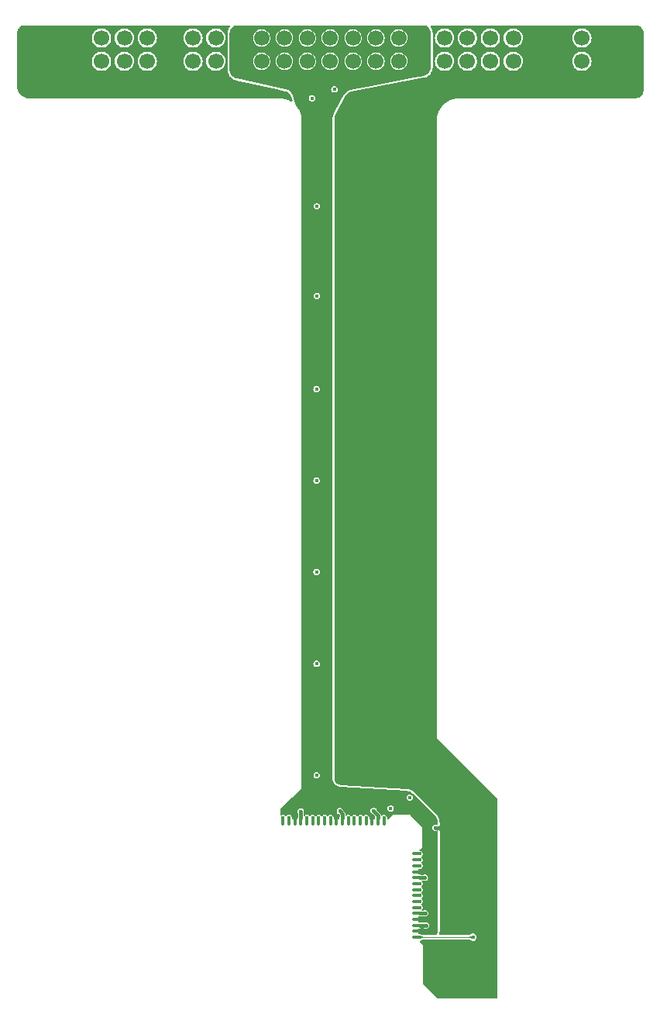
<source format=gbr>
%TF.GenerationSoftware,KiCad,Pcbnew,8.99.0-409-g72d83cd5de*%
%TF.CreationDate,2024-05-03T23:53:59-05:00*%
%TF.ProjectId,RCP-FLEX,5243502d-464c-4455-982e-6b696361645f,rev?*%
%TF.SameCoordinates,Original*%
%TF.FileFunction,Copper,L4,Bot*%
%TF.FilePolarity,Positive*%
%FSLAX46Y46*%
G04 Gerber Fmt 4.6, Leading zero omitted, Abs format (unit mm)*
G04 Created by KiCad (PCBNEW 8.99.0-409-g72d83cd5de) date 2024-05-03 23:53:59*
%MOMM*%
%LPD*%
G01*
G04 APERTURE LIST*
G04 Aperture macros list*
%AMRoundRect*
0 Rectangle with rounded corners*
0 $1 Rounding radius*
0 $2 $3 $4 $5 $6 $7 $8 $9 X,Y pos of 4 corners*
0 Add a 4 corners polygon primitive as box body*
4,1,4,$2,$3,$4,$5,$6,$7,$8,$9,$2,$3,0*
0 Add four circle primitives for the rounded corners*
1,1,$1+$1,$2,$3*
1,1,$1+$1,$4,$5*
1,1,$1+$1,$6,$7*
1,1,$1+$1,$8,$9*
0 Add four rect primitives between the rounded corners*
20,1,$1+$1,$2,$3,$4,$5,0*
20,1,$1+$1,$4,$5,$6,$7,0*
20,1,$1+$1,$6,$7,$8,$9,0*
20,1,$1+$1,$8,$9,$2,$3,0*%
G04 Aperture macros list end*
%TA.AperFunction,ComponentPad*%
%ADD10O,0.400000X0.400000*%
%TD*%
%TA.AperFunction,ComponentPad*%
%ADD11O,0.400000X1.000000*%
%TD*%
%TA.AperFunction,ComponentPad*%
%ADD12O,1.000000X0.400000*%
%TD*%
%TA.AperFunction,ComponentPad*%
%ADD13RoundRect,0.250000X-0.600000X0.600000X-0.600000X-0.600000X0.600000X-0.600000X0.600000X0.600000X0*%
%TD*%
%TA.AperFunction,ComponentPad*%
%ADD14C,1.700000*%
%TD*%
%TA.AperFunction,ViaPad*%
%ADD15C,0.400000*%
%TD*%
%TA.AperFunction,Conductor*%
%ADD16C,0.400000*%
%TD*%
%TA.AperFunction,Conductor*%
%ADD17C,0.100000*%
%TD*%
%TA.AperFunction,Conductor*%
%ADD18C,0.200000*%
%TD*%
%TA.AperFunction,Conductor*%
%ADD19C,0.250000*%
%TD*%
G04 APERTURE END LIST*
D10*
%TO.P,TP2,1,1*%
%TO.N,RCP-57*%
X143100828Y-126877295D03*
D11*
X143100828Y-127177295D03*
%TD*%
D10*
%TO.P,TP9,1,1*%
%TO.N,RCP-50*%
X147650828Y-126877295D03*
D11*
X147650828Y-127177295D03*
%TD*%
D10*
%TO.P,TP31,1,1*%
%TO.N,GND*%
X157375828Y-138587295D03*
D12*
X157075828Y-138587295D03*
%TD*%
D10*
%TO.P,TP5,1,1*%
%TO.N,RCP-54*%
X145050828Y-126877295D03*
D11*
X145050828Y-127177295D03*
%TD*%
D10*
%TO.P,TP24,1,1*%
%TO.N,RCP-35*%
X157375828Y-134037295D03*
D12*
X157075828Y-134037295D03*
%TD*%
D10*
%TO.P,TP1,1,1*%
%TO.N,RCP-58*%
X142450828Y-126877295D03*
D11*
X142450828Y-127177295D03*
%TD*%
D10*
%TO.P,TP6,1,1*%
%TO.N,RCP-53*%
X145700828Y-126877295D03*
D11*
X145700828Y-127177295D03*
%TD*%
D10*
%TO.P,TP23,1,1*%
%TO.N,GND*%
X157375828Y-133387295D03*
D12*
X157075828Y-133387295D03*
%TD*%
D10*
%TO.P,TP14,1,1*%
%TO.N,RCP-45*%
X150900828Y-126877295D03*
D11*
X150900828Y-127177295D03*
%TD*%
D10*
%TO.P,TP11,1,1*%
%TO.N,GND*%
X148950828Y-126877295D03*
D11*
X148950828Y-127177295D03*
%TD*%
D10*
%TO.P,TP18,1,1*%
%TO.N,RCP-41*%
X153500828Y-126877295D03*
D11*
X153500828Y-127177295D03*
%TD*%
D10*
%TO.P,TP17,1,1*%
%TO.N,GND*%
X152850828Y-126877295D03*
D11*
X152850828Y-127177295D03*
%TD*%
D10*
%TO.P,TP4,1,1*%
%TO.N,GND*%
X144400828Y-126877295D03*
D11*
X144400828Y-127177295D03*
%TD*%
D10*
%TO.P,TP10,1,1*%
%TO.N,+3.3V*%
X148300828Y-126877295D03*
D11*
X148300828Y-127177295D03*
%TD*%
D10*
%TO.P,TP29,1,1*%
%TO.N,GND*%
X157375828Y-137287295D03*
D12*
X157075828Y-137287295D03*
%TD*%
D10*
%TO.P,TP27,1,1*%
%TO.N,RCP-32*%
X157375828Y-135987295D03*
D12*
X157075828Y-135987295D03*
%TD*%
D10*
%TO.P,TP15,1,1*%
%TO.N,RCP-44*%
X151550828Y-126877295D03*
D11*
X151550828Y-127177295D03*
%TD*%
D10*
%TO.P,TP12,1,1*%
%TO.N,RCP-47*%
X149600828Y-126877295D03*
D11*
X149600828Y-127177295D03*
%TD*%
D10*
%TO.P,TP7,1,1*%
%TO.N,RCP-52*%
X146350828Y-126877295D03*
D11*
X146350828Y-127177295D03*
%TD*%
D10*
%TO.P,TP8,1,1*%
%TO.N,RCP-51*%
X147000828Y-126877295D03*
D11*
X147000828Y-127177295D03*
%TD*%
D10*
%TO.P,TP16,1,1*%
%TO.N,+3.3V*%
X152200828Y-126877295D03*
D11*
X152200828Y-127177295D03*
%TD*%
D10*
%TO.P,TP20,1,1*%
%TO.N,RCP-39*%
X157375828Y-131437295D03*
D12*
X157075828Y-131437295D03*
%TD*%
D10*
%TO.P,TP25,1,1*%
%TO.N,RCP-34*%
X157375828Y-134687295D03*
D12*
X157075828Y-134687295D03*
%TD*%
D10*
%TO.P,TP21,1,1*%
%TO.N,RCP-38*%
X157375828Y-132087295D03*
D12*
X157075828Y-132087295D03*
%TD*%
D10*
%TO.P,TP22,1,1*%
%TO.N,+3.3V*%
X157375828Y-132737295D03*
D12*
X157075828Y-132737295D03*
%TD*%
D10*
%TO.P,TP3,1,1*%
%TO.N,+3.3V*%
X143750828Y-126877295D03*
D11*
X143750828Y-127177295D03*
%TD*%
D10*
%TO.P,TP30,1,1*%
%TO.N,+3.3V*%
X157375828Y-137937295D03*
D12*
X157075828Y-137937295D03*
%TD*%
D10*
%TO.P,TP19,1,1*%
%TO.N,RCP-40*%
X157375828Y-130787295D03*
D12*
X157075828Y-130787295D03*
%TD*%
D10*
%TO.P,TP33,1,1*%
%TO.N,RCP-26*%
X157375828Y-139887295D03*
D12*
X157075828Y-139887295D03*
%TD*%
D10*
%TO.P,TP28,1,1*%
%TO.N,RCP-31*%
X157375828Y-136637295D03*
D12*
X157075828Y-136637295D03*
%TD*%
D10*
%TO.P,TP26,1,1*%
%TO.N,RCP-33*%
X157375828Y-135337295D03*
D12*
X157075828Y-135337295D03*
%TD*%
D10*
%TO.P,TP32,1,1*%
%TO.N,+3.3V*%
X157375828Y-139237295D03*
D12*
X157075828Y-139237295D03*
%TD*%
D10*
%TO.P,TP13,1,1*%
%TO.N,RCP-46*%
X150250828Y-126877295D03*
D11*
X150250828Y-127177295D03*
%TD*%
D13*
%TO.P,J1,1,Pin_1*%
%TO.N,GND*%
X117611463Y-41677295D03*
D14*
%TO.P,J1,2,Pin_2*%
X117611463Y-44217295D03*
%TO.P,J1,3,Pin_3*%
X120111463Y-41677295D03*
%TO.P,J1,4,Pin_4*%
X120111463Y-44217295D03*
%TO.P,J1,5,Pin_5*%
%TO.N,RCP-58*%
X122611463Y-41677295D03*
%TO.P,J1,6,Pin_6*%
%TO.N,RCP-57*%
X122611463Y-44217295D03*
%TO.P,J1,7,Pin_7*%
%TO.N,RCP-54*%
X125111463Y-41677295D03*
%TO.P,J1,8,Pin_8*%
%TO.N,RCP-53*%
X125111463Y-44217295D03*
%TO.P,J1,9,Pin_9*%
%TO.N,RCP-52*%
X127611463Y-41677295D03*
%TO.P,J1,10,Pin_10*%
%TO.N,RCP-51*%
X127611463Y-44217295D03*
%TO.P,J1,11,Pin_11*%
%TO.N,GND*%
X130111463Y-41677295D03*
%TO.P,J1,12,Pin_12*%
X130111463Y-44217295D03*
%TO.P,J1,13,Pin_13*%
%TO.N,RCP-50*%
X132611463Y-41677295D03*
%TO.P,J1,14,Pin_14*%
%TO.N,RCP-47*%
X132611463Y-44217295D03*
%TO.P,J1,15,Pin_15*%
%TO.N,RCP-46*%
X135111463Y-41677295D03*
%TO.P,J1,16,Pin_16*%
%TO.N,RCP-45*%
X135111463Y-44217295D03*
%TO.P,J1,17,Pin_17*%
%TO.N,+3.3V*%
X137611463Y-41677295D03*
%TO.P,J1,18,Pin_18*%
X137611463Y-44217295D03*
%TO.P,J1,19,Pin_19*%
%TO.N,RCP-44*%
X140111463Y-41677295D03*
%TO.P,J1,20,Pin_20*%
%TO.N,RCP-41*%
X140111463Y-44217295D03*
%TO.P,J1,21,Pin_21*%
%TO.N,RCP-40*%
X142611463Y-41677295D03*
%TO.P,J1,22,Pin_22*%
%TO.N,RCP-39*%
X142611463Y-44217295D03*
%TO.P,J1,23,Pin_23*%
%TO.N,RCP-38*%
X145111463Y-41677295D03*
%TO.P,J1,24,Pin_24*%
%TO.N,RCP-35*%
X145111463Y-44217295D03*
%TO.P,J1,25,Pin_25*%
%TO.N,unconnected-(J1-Pin_25-Pad25)*%
X147611463Y-41677295D03*
%TO.P,J1,26,Pin_26*%
%TO.N,unconnected-(J1-Pin_26-Pad26)*%
X147611463Y-44217295D03*
%TO.P,J1,27,Pin_27*%
%TO.N,unconnected-(J1-Pin_27-Pad27)*%
X150111463Y-41677295D03*
%TO.P,J1,28,Pin_28*%
%TO.N,unconnected-(J1-Pin_28-Pad28)*%
X150111463Y-44217295D03*
%TO.P,J1,29,Pin_29*%
%TO.N,RCP-34*%
X152611463Y-41677295D03*
%TO.P,J1,30,Pin_30*%
%TO.N,RCP-33*%
X152611463Y-44217295D03*
%TO.P,J1,31,Pin_31*%
%TO.N,RCP-32*%
X155111463Y-41677295D03*
%TO.P,J1,32,Pin_32*%
%TO.N,RCP-31*%
X155111463Y-44217295D03*
%TO.P,J1,33,Pin_33*%
%TO.N,+3.3V*%
X157611463Y-41677295D03*
%TO.P,J1,34,Pin_34*%
X157611463Y-44217295D03*
%TO.P,J1,35,Pin_35*%
%TO.N,PIF-5*%
X160111463Y-41677295D03*
%TO.P,J1,36,Pin_36*%
%TO.N,PIF-3*%
X160111463Y-44217295D03*
%TO.P,J1,37,Pin_37*%
%TO.N,PIF-1*%
X162611463Y-41677295D03*
%TO.P,J1,38,Pin_38*%
%TO.N,CPU-57*%
X162611463Y-44217295D03*
%TO.P,J1,39,Pin_39*%
%TO.N,RCP-26*%
X165111463Y-41677295D03*
%TO.P,J1,40,Pin_40*%
%TO.N,PIF-7*%
X165111463Y-44217295D03*
%TO.P,J1,41,Pin_41*%
%TO.N,PIF-23*%
X167611463Y-41677295D03*
%TO.P,J1,42,Pin_42*%
%TO.N,SYNC*%
X167611463Y-44217295D03*
%TO.P,J1,43,Pin_43*%
%TO.N,GND*%
X170111463Y-41677295D03*
%TO.P,J1,44,Pin_44*%
X170111463Y-44217295D03*
%TO.P,J1,45,Pin_45*%
X172611463Y-41677295D03*
%TO.P,J1,46,Pin_46*%
X172611463Y-44217295D03*
%TO.P,J1,47,Pin_47*%
%TO.N,unconnected-(J1-Pin_47-Pad47)*%
X175111463Y-41677295D03*
%TO.P,J1,48,Pin_48*%
%TO.N,unconnected-(J1-Pin_48-Pad48)*%
X175111463Y-44217295D03*
%TO.P,J1,49,Pin_49*%
%TO.N,GND*%
X177611463Y-41677295D03*
%TO.P,J1,50,Pin_50*%
X177611463Y-44217295D03*
%TD*%
D15*
%TO.N,GND*%
X165333953Y-126673892D03*
X157995493Y-137265952D03*
X150580000Y-80050000D03*
X158361463Y-89177295D03*
X150584613Y-113559366D03*
X148545261Y-69846993D03*
X179234246Y-46950424D03*
X121209923Y-40678562D03*
X156483614Y-47053407D03*
X157710000Y-122220000D03*
X176490982Y-40630091D03*
X155252458Y-48346743D03*
X150546506Y-47677295D03*
X173683019Y-42894774D03*
X171052565Y-46915234D03*
X146120000Y-80020000D03*
X154708832Y-115897665D03*
X180650645Y-45217315D03*
X158359058Y-115860741D03*
X158048685Y-138585111D03*
X158361463Y-98927295D03*
X168877199Y-40605370D03*
X152590000Y-110030000D03*
X168210970Y-46959222D03*
X133802497Y-40586571D03*
X159985875Y-138618382D03*
X148477443Y-116547716D03*
X159111463Y-127927295D03*
X161128977Y-47900555D03*
X120355211Y-47552083D03*
X146130000Y-122200000D03*
X148067480Y-47283160D03*
X152542416Y-100056482D03*
X171312127Y-40630091D03*
X148500000Y-60040000D03*
X171360478Y-42973951D03*
X118801105Y-42950952D03*
X151739548Y-122600183D03*
X130120378Y-46071400D03*
X126432979Y-40607013D03*
X154687061Y-90098769D03*
X168923568Y-42956356D03*
X160211463Y-135977295D03*
X175143406Y-46932829D03*
X114199974Y-41506980D03*
X154676175Y-60130685D03*
X164861463Y-145177295D03*
X148666402Y-126117386D03*
X154722757Y-69672411D03*
X115827502Y-43110034D03*
X146120000Y-99990000D03*
X161770000Y-128660000D03*
X180351530Y-41108880D03*
X165378173Y-47874162D03*
X153630000Y-122000000D03*
X150570000Y-122370000D03*
X152211463Y-123177295D03*
X146120000Y-110030000D03*
X148580000Y-100040000D03*
X158361463Y-69677295D03*
X150580000Y-100040000D03*
X154687061Y-80138436D03*
X152520345Y-69712699D03*
X146154839Y-69860422D03*
X152541212Y-80086181D03*
X161511463Y-136477295D03*
X163896105Y-40617730D03*
X115913161Y-47454187D03*
X161617745Y-131183464D03*
X146150000Y-60040000D03*
X155463533Y-120274987D03*
X158361463Y-60030000D03*
X148530000Y-122260000D03*
X148530000Y-90010000D03*
X144394661Y-126156760D03*
X165361463Y-129990000D03*
X154708832Y-110095635D03*
X158328680Y-53842973D03*
X179674122Y-42903571D03*
X150550000Y-60040000D03*
X131277849Y-40607013D03*
X152344024Y-126083087D03*
X163407752Y-123060905D03*
X146120000Y-90010000D03*
X154719718Y-100080873D03*
X176436639Y-42912369D03*
X148530000Y-80020000D03*
X161470669Y-134922821D03*
X152600000Y-60070000D03*
X154211463Y-125827295D03*
X152529713Y-47309323D03*
X158361463Y-110177295D03*
X160404184Y-125193873D03*
X156299421Y-124641848D03*
X158361463Y-80040000D03*
X118238201Y-46132585D03*
X128916742Y-40607013D03*
X128945621Y-42963189D03*
X152541043Y-90052665D03*
X165361463Y-139980000D03*
X157946841Y-133387140D03*
X166318672Y-40630091D03*
X173635813Y-40630091D03*
X150570938Y-118897142D03*
X160861463Y-120427295D03*
X150540000Y-110070000D03*
X165344836Y-134650759D03*
X161461185Y-40566128D03*
X123867447Y-40678562D03*
X158419815Y-104894092D03*
X148490000Y-110070000D03*
X145623776Y-48255864D03*
X159011463Y-49827295D03*
X114322344Y-45190332D03*
X150610000Y-90040000D03*
X150599950Y-69752987D03*
%TO.N,RCP-26*%
X163211463Y-139887295D03*
%TO.N,+3.3V*%
X144710000Y-110020000D03*
X144106612Y-48747357D03*
X144690000Y-60010000D03*
X144690000Y-80010000D03*
X144690000Y-90000000D03*
X144690000Y-99970000D03*
X144770000Y-122800000D03*
%TD*%
D16*
%TO.N,GND*%
X148666402Y-126117386D02*
X148950856Y-126401840D01*
X144394661Y-126156760D02*
X144394661Y-126819999D01*
X157427986Y-138585111D02*
X157427986Y-138587245D01*
X158048685Y-138585111D02*
X157427986Y-138585111D01*
X157995493Y-137265952D02*
X157974150Y-137287295D01*
X144394661Y-126819999D02*
X144400857Y-126820002D01*
X148950856Y-126401840D02*
X148950856Y-126822325D01*
X157946841Y-133387140D02*
X157427252Y-133387140D01*
X152850855Y-126589918D02*
X152850855Y-126824317D01*
X159111463Y-127927295D02*
X159611463Y-127927295D01*
X157974150Y-137287295D02*
X157427803Y-137287295D01*
X152344024Y-126083087D02*
X152850855Y-126589918D01*
D17*
%TO.N,RCP-26*%
X163211463Y-139887295D02*
X157375828Y-139887295D01*
D18*
%TO.N,+3.3V*%
X143750828Y-127177295D02*
X143750828Y-126820188D01*
X157075828Y-137937295D02*
X157432935Y-137937295D01*
D19*
X143750828Y-127177295D02*
X143750828Y-126784833D01*
%TD*%
%TA.AperFunction,Conductor*%
%TO.N,GND*%
G36*
X180976570Y-40280196D02*
G01*
X181006604Y-40280195D01*
X181016303Y-40280670D01*
X181167037Y-40295511D01*
X181186061Y-40299294D01*
X181326321Y-40341838D01*
X181344248Y-40349264D01*
X181473513Y-40418353D01*
X181489648Y-40429133D01*
X181589839Y-40511354D01*
X181602942Y-40522107D01*
X181616665Y-40535829D01*
X181709650Y-40649127D01*
X181720430Y-40665261D01*
X181789521Y-40794515D01*
X181796949Y-40812446D01*
X181839497Y-40952702D01*
X181843283Y-40971737D01*
X181858086Y-41122026D01*
X181858563Y-41131730D01*
X181858563Y-47404529D01*
X181857339Y-47420048D01*
X181834269Y-47565403D01*
X181829778Y-47583034D01*
X181780244Y-47722423D01*
X181772602Y-47738935D01*
X181698396Y-47866904D01*
X181687861Y-47881739D01*
X181591487Y-47993969D01*
X181578415Y-48006625D01*
X181463129Y-48099323D01*
X181447968Y-48109368D01*
X181335958Y-48169572D01*
X181317667Y-48179403D01*
X181300917Y-48186507D01*
X181160002Y-48231511D01*
X181142234Y-48235431D01*
X180993567Y-48254124D01*
X180981221Y-48254897D01*
X161769854Y-48255852D01*
X161760000Y-48255852D01*
X161759986Y-48255852D01*
X161720262Y-48255854D01*
X161719915Y-48255888D01*
X161607628Y-48255901D01*
X161607623Y-48255901D01*
X161305108Y-48292707D01*
X161305100Y-48292709D01*
X161009249Y-48365779D01*
X161009248Y-48365779D01*
X160724379Y-48474047D01*
X160724377Y-48474048D01*
X160454679Y-48615923D01*
X160204072Y-48789344D01*
X159976253Y-48991755D01*
X159774547Y-49220199D01*
X159774546Y-49220200D01*
X159601909Y-49471327D01*
X159601901Y-49471340D01*
X159460861Y-49741473D01*
X159353472Y-50026677D01*
X159353472Y-50026678D01*
X159281314Y-50322757D01*
X159245444Y-50625389D01*
X159245895Y-50777430D01*
X159245895Y-118040676D01*
X159269171Y-118096872D01*
X165878932Y-124706632D01*
X165906709Y-124761149D01*
X165907928Y-124776636D01*
X165907928Y-146483395D01*
X165889021Y-146541586D01*
X165839521Y-146577550D01*
X165808928Y-146582395D01*
X159421769Y-146582395D01*
X159363578Y-146563488D01*
X159351765Y-146553399D01*
X157746748Y-144948381D01*
X157718971Y-144893864D01*
X157717752Y-144878362D01*
X157718717Y-140828118D01*
X157718728Y-140828023D01*
X157718728Y-140786301D01*
X157718728Y-140786294D01*
X157718735Y-140756918D01*
X157718732Y-140756912D01*
X157718728Y-140756889D01*
X157718728Y-140756882D01*
X157706849Y-140728204D01*
X157695471Y-140700715D01*
X157695468Y-140700712D01*
X157695468Y-140700711D01*
X157695451Y-140700685D01*
X157673882Y-140679115D01*
X157673882Y-140679114D01*
X157673866Y-140679100D01*
X157646460Y-140651681D01*
X157646383Y-140651616D01*
X157437013Y-140442246D01*
X157409236Y-140387729D01*
X157418807Y-140327297D01*
X157462072Y-140284032D01*
X157491525Y-140274462D01*
X157501132Y-140272941D01*
X157510866Y-140267980D01*
X157530199Y-140260560D01*
X157530228Y-140260551D01*
X157530415Y-140260502D01*
X157530947Y-140260194D01*
X157554038Y-140250517D01*
X157555975Y-140249981D01*
X157556009Y-140249964D01*
X157623084Y-140216194D01*
X157625839Y-140214695D01*
X157634462Y-140210009D01*
X157635742Y-140209260D01*
X157646837Y-140202283D01*
X157697540Y-140168095D01*
X157725900Y-140154931D01*
X157734321Y-140152545D01*
X157738944Y-140151236D01*
X157750530Y-140148693D01*
X157794023Y-140141855D01*
X157794029Y-140141852D01*
X157797813Y-140140949D01*
X157797973Y-140141620D01*
X157822191Y-140137795D01*
X162772207Y-140137795D01*
X162800029Y-140141785D01*
X162803958Y-140142936D01*
X162833819Y-140145586D01*
X162878469Y-140160838D01*
X162887742Y-140166779D01*
X162889679Y-140168052D01*
X162940430Y-140202269D01*
X162940451Y-140202283D01*
X162951546Y-140209260D01*
X162952826Y-140210009D01*
X162962643Y-140215345D01*
X162964214Y-140216199D01*
X163031279Y-140249964D01*
X163032424Y-140250516D01*
X163037562Y-140252995D01*
X163038296Y-140253334D01*
X163042655Y-140254302D01*
X163066133Y-140262738D01*
X163086152Y-140272938D01*
X163086154Y-140272938D01*
X163086159Y-140272941D01*
X163211463Y-140292787D01*
X163336767Y-140272941D01*
X163449805Y-140215345D01*
X163539513Y-140125637D01*
X163597109Y-140012599D01*
X163616955Y-139887295D01*
X163597109Y-139761991D01*
X163539513Y-139648953D01*
X163449805Y-139559245D01*
X163445869Y-139557239D01*
X163336770Y-139501650D01*
X163336767Y-139501649D01*
X163211463Y-139481803D01*
X163086163Y-139501648D01*
X163086161Y-139501648D01*
X163086159Y-139501649D01*
X163086155Y-139501650D01*
X163086152Y-139501652D01*
X163061645Y-139514138D01*
X163043120Y-139521338D01*
X163031321Y-139524604D01*
X163031318Y-139524605D01*
X162964177Y-139558408D01*
X162952803Y-139564591D01*
X162951576Y-139565309D01*
X162946680Y-139568388D01*
X162940464Y-139572297D01*
X162940454Y-139572303D01*
X162940452Y-139572305D01*
X162889682Y-139606535D01*
X162887735Y-139607815D01*
X162878461Y-139613755D01*
X162833822Y-139629001D01*
X162815033Y-139630669D01*
X162803955Y-139631653D01*
X162797474Y-139633396D01*
X162771758Y-139636795D01*
X159603268Y-139636795D01*
X159545077Y-139617888D01*
X159509113Y-139568388D01*
X159509113Y-139507202D01*
X159511804Y-139499910D01*
X159534582Y-139444918D01*
X159534583Y-139444914D01*
X159534590Y-139444898D01*
X159543231Y-139419439D01*
X159546166Y-139408484D01*
X159546167Y-139408475D01*
X159546170Y-139408467D01*
X159551403Y-139382157D01*
X159551409Y-139382128D01*
X159564833Y-139280169D01*
X159566150Y-139266793D01*
X159566522Y-139261121D01*
X159566963Y-139247672D01*
X159566963Y-128264192D01*
X159561285Y-128216217D01*
X159556549Y-128196491D01*
X159544772Y-128161584D01*
X159490189Y-128088203D01*
X159464901Y-128066605D01*
X159464900Y-128066604D01*
X159430523Y-128046065D01*
X159405801Y-128031294D01*
X159405799Y-128031293D01*
X159405798Y-128031293D01*
X159364068Y-128025162D01*
X159309244Y-127997997D01*
X159280857Y-127943795D01*
X159289752Y-127883259D01*
X159332529Y-127839513D01*
X159361870Y-127829614D01*
X159396653Y-127823705D01*
X159427377Y-127810979D01*
X159485672Y-127774349D01*
X159538595Y-127699761D01*
X159551321Y-127669037D01*
X159566963Y-127590397D01*
X159566963Y-127343646D01*
X159566716Y-127333574D01*
X159566507Y-127329315D01*
X159565764Y-127319244D01*
X159547177Y-127130532D01*
X159547176Y-127130523D01*
X159547176Y-127130521D01*
X159544221Y-127110604D01*
X159544217Y-127110577D01*
X159542555Y-127102223D01*
X159542550Y-127102206D01*
X159542549Y-127102197D01*
X159537659Y-127082679D01*
X159537649Y-127082643D01*
X159483239Y-126903276D01*
X159483234Y-126903262D01*
X159480775Y-126896389D01*
X159476437Y-126884264D01*
X159475862Y-126882876D01*
X159473181Y-126876404D01*
X159473174Y-126876389D01*
X159470735Y-126871232D01*
X159464559Y-126858176D01*
X159376185Y-126692840D01*
X159376181Y-126692834D01*
X159376178Y-126692827D01*
X159365832Y-126675567D01*
X159365826Y-126675558D01*
X159365817Y-126675543D01*
X159361085Y-126668461D01*
X159358850Y-126665447D01*
X159349070Y-126652260D01*
X159228768Y-126505673D01*
X159222243Y-126498107D01*
X159222230Y-126498093D01*
X159222220Y-126498081D01*
X159219357Y-126494921D01*
X159212376Y-126487588D01*
X156777007Y-124052219D01*
X156770242Y-124045754D01*
X156767328Y-124043094D01*
X156767314Y-124043081D01*
X156760331Y-124036991D01*
X156625505Y-123924675D01*
X156625502Y-123924673D01*
X156625494Y-123924666D01*
X156617295Y-123918443D01*
X156610672Y-123913417D01*
X156610662Y-123913410D01*
X156610641Y-123913394D01*
X156604153Y-123908919D01*
X156604149Y-123908916D01*
X156604144Y-123908913D01*
X156588319Y-123899028D01*
X156544581Y-123874395D01*
X156437140Y-123813886D01*
X156437124Y-123813878D01*
X156437111Y-123813871D01*
X156420501Y-123805486D01*
X156420483Y-123805477D01*
X156420481Y-123805476D01*
X156420471Y-123805471D01*
X156413286Y-123802245D01*
X156395946Y-123795387D01*
X156395932Y-123795382D01*
X156395924Y-123795379D01*
X156231898Y-123738968D01*
X156231867Y-123738957D01*
X156214023Y-123733713D01*
X156213968Y-123733698D01*
X156206334Y-123731826D01*
X156188010Y-123728207D01*
X156014496Y-123702057D01*
X156005221Y-123700873D01*
X156001375Y-123700471D01*
X155992008Y-123699706D01*
X148829187Y-123278364D01*
X148819887Y-123277375D01*
X148676123Y-123255168D01*
X148658011Y-123250586D01*
X148534604Y-123206618D01*
X148517675Y-123198714D01*
X148404738Y-123132350D01*
X148389602Y-123121412D01*
X148291126Y-123034995D01*
X148278313Y-123021405D01*
X148197836Y-122918039D01*
X148187800Y-122902278D01*
X148128183Y-122785640D01*
X148121287Y-122768276D01*
X148084638Y-122642489D01*
X148081128Y-122624137D01*
X148067405Y-122479339D01*
X148066963Y-122469998D01*
X148066963Y-50451317D01*
X148067733Y-50438991D01*
X148091612Y-50248699D01*
X148097702Y-50224814D01*
X148167859Y-50046323D01*
X148173075Y-50035155D01*
X149307070Y-47956165D01*
X149312808Y-47946902D01*
X149410205Y-47807519D01*
X149424609Y-47791111D01*
X149537673Y-47687921D01*
X149555319Y-47675075D01*
X149688270Y-47599190D01*
X149708305Y-47590528D01*
X149870869Y-47540679D01*
X149881472Y-47538059D01*
X157833451Y-46033631D01*
X157843400Y-46031492D01*
X157847574Y-46030486D01*
X157857364Y-46027870D01*
X158040518Y-45974047D01*
X158059691Y-45967367D01*
X158067640Y-45964149D01*
X158067645Y-45964146D01*
X158067667Y-45964137D01*
X158086025Y-45955627D01*
X158086043Y-45955617D01*
X158086062Y-45955609D01*
X158203523Y-45893931D01*
X158253165Y-45867866D01*
X158253170Y-45867863D01*
X158253168Y-45867863D01*
X158253174Y-45867861D01*
X158270666Y-45857543D01*
X158277827Y-45852827D01*
X158294208Y-45840838D01*
X158440836Y-45721975D01*
X158455958Y-45708426D01*
X158462055Y-45702394D01*
X158475766Y-45687417D01*
X158596186Y-45542078D01*
X158608350Y-45525826D01*
X158613143Y-45518715D01*
X158623648Y-45501335D01*
X158713180Y-45335172D01*
X158721915Y-45316845D01*
X158725218Y-45308931D01*
X158732104Y-45289828D01*
X158787258Y-45109315D01*
X158792225Y-45089624D01*
X158793909Y-45081216D01*
X158796908Y-45061139D01*
X158815748Y-44871162D01*
X158816500Y-44861030D01*
X158816712Y-44856742D01*
X158816963Y-44846594D01*
X158816963Y-44217298D01*
X159055880Y-44217298D01*
X159076161Y-44423224D01*
X159076162Y-44423229D01*
X159136231Y-44621249D01*
X159233779Y-44803747D01*
X159280790Y-44861030D01*
X159365053Y-44963705D01*
X159365058Y-44963709D01*
X159525010Y-45094978D01*
X159525011Y-45094978D01*
X159525013Y-45094980D01*
X159707509Y-45192527D01*
X159845460Y-45234373D01*
X159905528Y-45252595D01*
X159905533Y-45252596D01*
X160111460Y-45272878D01*
X160111463Y-45272878D01*
X160111466Y-45272878D01*
X160317392Y-45252596D01*
X160317397Y-45252595D01*
X160515417Y-45192527D01*
X160697913Y-45094980D01*
X160857873Y-44963705D01*
X160989148Y-44803745D01*
X161086695Y-44621249D01*
X161146763Y-44423229D01*
X161146764Y-44423224D01*
X161167046Y-44217298D01*
X161555880Y-44217298D01*
X161576161Y-44423224D01*
X161576162Y-44423229D01*
X161636231Y-44621249D01*
X161733779Y-44803747D01*
X161780790Y-44861030D01*
X161865053Y-44963705D01*
X161865058Y-44963709D01*
X162025010Y-45094978D01*
X162025011Y-45094978D01*
X162025013Y-45094980D01*
X162207509Y-45192527D01*
X162345460Y-45234373D01*
X162405528Y-45252595D01*
X162405533Y-45252596D01*
X162611460Y-45272878D01*
X162611463Y-45272878D01*
X162611466Y-45272878D01*
X162817392Y-45252596D01*
X162817397Y-45252595D01*
X163015417Y-45192527D01*
X163197913Y-45094980D01*
X163357873Y-44963705D01*
X163489148Y-44803745D01*
X163586695Y-44621249D01*
X163646763Y-44423229D01*
X163646764Y-44423224D01*
X163667046Y-44217298D01*
X164055880Y-44217298D01*
X164076161Y-44423224D01*
X164076162Y-44423229D01*
X164136231Y-44621249D01*
X164233779Y-44803747D01*
X164280790Y-44861030D01*
X164365053Y-44963705D01*
X164365058Y-44963709D01*
X164525010Y-45094978D01*
X164525011Y-45094978D01*
X164525013Y-45094980D01*
X164707509Y-45192527D01*
X164845460Y-45234373D01*
X164905528Y-45252595D01*
X164905533Y-45252596D01*
X165111460Y-45272878D01*
X165111463Y-45272878D01*
X165111466Y-45272878D01*
X165317392Y-45252596D01*
X165317397Y-45252595D01*
X165515417Y-45192527D01*
X165697913Y-45094980D01*
X165857873Y-44963705D01*
X165989148Y-44803745D01*
X166086695Y-44621249D01*
X166146763Y-44423229D01*
X166146764Y-44423224D01*
X166167046Y-44217298D01*
X166555880Y-44217298D01*
X166576161Y-44423224D01*
X166576162Y-44423229D01*
X166636231Y-44621249D01*
X166733779Y-44803747D01*
X166780790Y-44861030D01*
X166865053Y-44963705D01*
X166865058Y-44963709D01*
X167025010Y-45094978D01*
X167025011Y-45094978D01*
X167025013Y-45094980D01*
X167207509Y-45192527D01*
X167345460Y-45234373D01*
X167405528Y-45252595D01*
X167405533Y-45252596D01*
X167611460Y-45272878D01*
X167611463Y-45272878D01*
X167611466Y-45272878D01*
X167817392Y-45252596D01*
X167817397Y-45252595D01*
X168015417Y-45192527D01*
X168197913Y-45094980D01*
X168357873Y-44963705D01*
X168489148Y-44803745D01*
X168586695Y-44621249D01*
X168646763Y-44423229D01*
X168646764Y-44423224D01*
X168667046Y-44217298D01*
X174055880Y-44217298D01*
X174076161Y-44423224D01*
X174076162Y-44423229D01*
X174136231Y-44621249D01*
X174233779Y-44803747D01*
X174280790Y-44861030D01*
X174365053Y-44963705D01*
X174365058Y-44963709D01*
X174525010Y-45094978D01*
X174525011Y-45094978D01*
X174525013Y-45094980D01*
X174707509Y-45192527D01*
X174845460Y-45234373D01*
X174905528Y-45252595D01*
X174905533Y-45252596D01*
X175111460Y-45272878D01*
X175111463Y-45272878D01*
X175111466Y-45272878D01*
X175317392Y-45252596D01*
X175317397Y-45252595D01*
X175515417Y-45192527D01*
X175697913Y-45094980D01*
X175857873Y-44963705D01*
X175989148Y-44803745D01*
X176086695Y-44621249D01*
X176146763Y-44423229D01*
X176146764Y-44423224D01*
X176167046Y-44217298D01*
X176167046Y-44217291D01*
X176146764Y-44011365D01*
X176146763Y-44011360D01*
X176128541Y-43951292D01*
X176086695Y-43813341D01*
X175989148Y-43630845D01*
X175857873Y-43470885D01*
X175857867Y-43470880D01*
X175697915Y-43339611D01*
X175515417Y-43242063D01*
X175317397Y-43181994D01*
X175317392Y-43181993D01*
X175111466Y-43161712D01*
X175111460Y-43161712D01*
X174905533Y-43181993D01*
X174905528Y-43181994D01*
X174707508Y-43242063D01*
X174525010Y-43339611D01*
X174365058Y-43470880D01*
X174365048Y-43470890D01*
X174233779Y-43630842D01*
X174136231Y-43813340D01*
X174076162Y-44011360D01*
X174076161Y-44011365D01*
X174055880Y-44217291D01*
X174055880Y-44217298D01*
X168667046Y-44217298D01*
X168667046Y-44217291D01*
X168646764Y-44011365D01*
X168646763Y-44011360D01*
X168628541Y-43951292D01*
X168586695Y-43813341D01*
X168489148Y-43630845D01*
X168357873Y-43470885D01*
X168357867Y-43470880D01*
X168197915Y-43339611D01*
X168015417Y-43242063D01*
X167817397Y-43181994D01*
X167817392Y-43181993D01*
X167611466Y-43161712D01*
X167611460Y-43161712D01*
X167405533Y-43181993D01*
X167405528Y-43181994D01*
X167207508Y-43242063D01*
X167025010Y-43339611D01*
X166865058Y-43470880D01*
X166865048Y-43470890D01*
X166733779Y-43630842D01*
X166636231Y-43813340D01*
X166576162Y-44011360D01*
X166576161Y-44011365D01*
X166555880Y-44217291D01*
X166555880Y-44217298D01*
X166167046Y-44217298D01*
X166167046Y-44217291D01*
X166146764Y-44011365D01*
X166146763Y-44011360D01*
X166128541Y-43951292D01*
X166086695Y-43813341D01*
X165989148Y-43630845D01*
X165857873Y-43470885D01*
X165857867Y-43470880D01*
X165697915Y-43339611D01*
X165515417Y-43242063D01*
X165317397Y-43181994D01*
X165317392Y-43181993D01*
X165111466Y-43161712D01*
X165111460Y-43161712D01*
X164905533Y-43181993D01*
X164905528Y-43181994D01*
X164707508Y-43242063D01*
X164525010Y-43339611D01*
X164365058Y-43470880D01*
X164365048Y-43470890D01*
X164233779Y-43630842D01*
X164136231Y-43813340D01*
X164076162Y-44011360D01*
X164076161Y-44011365D01*
X164055880Y-44217291D01*
X164055880Y-44217298D01*
X163667046Y-44217298D01*
X163667046Y-44217291D01*
X163646764Y-44011365D01*
X163646763Y-44011360D01*
X163628541Y-43951292D01*
X163586695Y-43813341D01*
X163489148Y-43630845D01*
X163357873Y-43470885D01*
X163357867Y-43470880D01*
X163197915Y-43339611D01*
X163015417Y-43242063D01*
X162817397Y-43181994D01*
X162817392Y-43181993D01*
X162611466Y-43161712D01*
X162611460Y-43161712D01*
X162405533Y-43181993D01*
X162405528Y-43181994D01*
X162207508Y-43242063D01*
X162025010Y-43339611D01*
X161865058Y-43470880D01*
X161865048Y-43470890D01*
X161733779Y-43630842D01*
X161636231Y-43813340D01*
X161576162Y-44011360D01*
X161576161Y-44011365D01*
X161555880Y-44217291D01*
X161555880Y-44217298D01*
X161167046Y-44217298D01*
X161167046Y-44217291D01*
X161146764Y-44011365D01*
X161146763Y-44011360D01*
X161128541Y-43951292D01*
X161086695Y-43813341D01*
X160989148Y-43630845D01*
X160857873Y-43470885D01*
X160857867Y-43470880D01*
X160697915Y-43339611D01*
X160515417Y-43242063D01*
X160317397Y-43181994D01*
X160317392Y-43181993D01*
X160111466Y-43161712D01*
X160111460Y-43161712D01*
X159905533Y-43181993D01*
X159905528Y-43181994D01*
X159707508Y-43242063D01*
X159525010Y-43339611D01*
X159365058Y-43470880D01*
X159365048Y-43470890D01*
X159233779Y-43630842D01*
X159136231Y-43813340D01*
X159076162Y-44011360D01*
X159076161Y-44011365D01*
X159055880Y-44217291D01*
X159055880Y-44217298D01*
X158816963Y-44217298D01*
X158816963Y-41677298D01*
X159055880Y-41677298D01*
X159076161Y-41883224D01*
X159076162Y-41883229D01*
X159136231Y-42081249D01*
X159233779Y-42263747D01*
X159365048Y-42423699D01*
X159365053Y-42423705D01*
X159365058Y-42423709D01*
X159525010Y-42554978D01*
X159525011Y-42554978D01*
X159525013Y-42554980D01*
X159707509Y-42652527D01*
X159845460Y-42694373D01*
X159905528Y-42712595D01*
X159905533Y-42712596D01*
X160111460Y-42732878D01*
X160111463Y-42732878D01*
X160111466Y-42732878D01*
X160317392Y-42712596D01*
X160317397Y-42712595D01*
X160515417Y-42652527D01*
X160697913Y-42554980D01*
X160857873Y-42423705D01*
X160989148Y-42263745D01*
X161086695Y-42081249D01*
X161146763Y-41883229D01*
X161146764Y-41883224D01*
X161167046Y-41677298D01*
X161555880Y-41677298D01*
X161576161Y-41883224D01*
X161576162Y-41883229D01*
X161636231Y-42081249D01*
X161733779Y-42263747D01*
X161865048Y-42423699D01*
X161865053Y-42423705D01*
X161865058Y-42423709D01*
X162025010Y-42554978D01*
X162025011Y-42554978D01*
X162025013Y-42554980D01*
X162207509Y-42652527D01*
X162345460Y-42694373D01*
X162405528Y-42712595D01*
X162405533Y-42712596D01*
X162611460Y-42732878D01*
X162611463Y-42732878D01*
X162611466Y-42732878D01*
X162817392Y-42712596D01*
X162817397Y-42712595D01*
X163015417Y-42652527D01*
X163197913Y-42554980D01*
X163357873Y-42423705D01*
X163489148Y-42263745D01*
X163586695Y-42081249D01*
X163646763Y-41883229D01*
X163646764Y-41883224D01*
X163667046Y-41677298D01*
X164055880Y-41677298D01*
X164076161Y-41883224D01*
X164076162Y-41883229D01*
X164136231Y-42081249D01*
X164233779Y-42263747D01*
X164365048Y-42423699D01*
X164365053Y-42423705D01*
X164365058Y-42423709D01*
X164525010Y-42554978D01*
X164525011Y-42554978D01*
X164525013Y-42554980D01*
X164707509Y-42652527D01*
X164845460Y-42694373D01*
X164905528Y-42712595D01*
X164905533Y-42712596D01*
X165111460Y-42732878D01*
X165111463Y-42732878D01*
X165111466Y-42732878D01*
X165317392Y-42712596D01*
X165317397Y-42712595D01*
X165515417Y-42652527D01*
X165697913Y-42554980D01*
X165857873Y-42423705D01*
X165989148Y-42263745D01*
X166086695Y-42081249D01*
X166146763Y-41883229D01*
X166146764Y-41883224D01*
X166167046Y-41677298D01*
X166555880Y-41677298D01*
X166576161Y-41883224D01*
X166576162Y-41883229D01*
X166636231Y-42081249D01*
X166733779Y-42263747D01*
X166865048Y-42423699D01*
X166865053Y-42423705D01*
X166865058Y-42423709D01*
X167025010Y-42554978D01*
X167025011Y-42554978D01*
X167025013Y-42554980D01*
X167207509Y-42652527D01*
X167345460Y-42694373D01*
X167405528Y-42712595D01*
X167405533Y-42712596D01*
X167611460Y-42732878D01*
X167611463Y-42732878D01*
X167611466Y-42732878D01*
X167817392Y-42712596D01*
X167817397Y-42712595D01*
X168015417Y-42652527D01*
X168197913Y-42554980D01*
X168357873Y-42423705D01*
X168489148Y-42263745D01*
X168586695Y-42081249D01*
X168646763Y-41883229D01*
X168646764Y-41883224D01*
X168667046Y-41677298D01*
X174055880Y-41677298D01*
X174076161Y-41883224D01*
X174076162Y-41883229D01*
X174136231Y-42081249D01*
X174233779Y-42263747D01*
X174365048Y-42423699D01*
X174365053Y-42423705D01*
X174365058Y-42423709D01*
X174525010Y-42554978D01*
X174525011Y-42554978D01*
X174525013Y-42554980D01*
X174707509Y-42652527D01*
X174845460Y-42694373D01*
X174905528Y-42712595D01*
X174905533Y-42712596D01*
X175111460Y-42732878D01*
X175111463Y-42732878D01*
X175111466Y-42732878D01*
X175317392Y-42712596D01*
X175317397Y-42712595D01*
X175515417Y-42652527D01*
X175697913Y-42554980D01*
X175857873Y-42423705D01*
X175989148Y-42263745D01*
X176086695Y-42081249D01*
X176146763Y-41883229D01*
X176146764Y-41883224D01*
X176167046Y-41677298D01*
X176167046Y-41677291D01*
X176146764Y-41471365D01*
X176146763Y-41471360D01*
X176128541Y-41411292D01*
X176086695Y-41273341D01*
X175989148Y-41090845D01*
X175857873Y-40930885D01*
X175842740Y-40918466D01*
X175697915Y-40799611D01*
X175515417Y-40702063D01*
X175317397Y-40641994D01*
X175317392Y-40641993D01*
X175111466Y-40621712D01*
X175111460Y-40621712D01*
X174905533Y-40641993D01*
X174905528Y-40641994D01*
X174707508Y-40702063D01*
X174525010Y-40799611D01*
X174365058Y-40930880D01*
X174365048Y-40930890D01*
X174233779Y-41090842D01*
X174136231Y-41273340D01*
X174076162Y-41471360D01*
X174076161Y-41471365D01*
X174055880Y-41677291D01*
X174055880Y-41677298D01*
X168667046Y-41677298D01*
X168667046Y-41677291D01*
X168646764Y-41471365D01*
X168646763Y-41471360D01*
X168628541Y-41411292D01*
X168586695Y-41273341D01*
X168489148Y-41090845D01*
X168357873Y-40930885D01*
X168342740Y-40918466D01*
X168197915Y-40799611D01*
X168015417Y-40702063D01*
X167817397Y-40641994D01*
X167817392Y-40641993D01*
X167611466Y-40621712D01*
X167611460Y-40621712D01*
X167405533Y-40641993D01*
X167405528Y-40641994D01*
X167207508Y-40702063D01*
X167025010Y-40799611D01*
X166865058Y-40930880D01*
X166865048Y-40930890D01*
X166733779Y-41090842D01*
X166636231Y-41273340D01*
X166576162Y-41471360D01*
X166576161Y-41471365D01*
X166555880Y-41677291D01*
X166555880Y-41677298D01*
X166167046Y-41677298D01*
X166167046Y-41677291D01*
X166146764Y-41471365D01*
X166146763Y-41471360D01*
X166128541Y-41411292D01*
X166086695Y-41273341D01*
X165989148Y-41090845D01*
X165857873Y-40930885D01*
X165842740Y-40918466D01*
X165697915Y-40799611D01*
X165515417Y-40702063D01*
X165317397Y-40641994D01*
X165317392Y-40641993D01*
X165111466Y-40621712D01*
X165111460Y-40621712D01*
X164905533Y-40641993D01*
X164905528Y-40641994D01*
X164707508Y-40702063D01*
X164525010Y-40799611D01*
X164365058Y-40930880D01*
X164365048Y-40930890D01*
X164233779Y-41090842D01*
X164136231Y-41273340D01*
X164076162Y-41471360D01*
X164076161Y-41471365D01*
X164055880Y-41677291D01*
X164055880Y-41677298D01*
X163667046Y-41677298D01*
X163667046Y-41677291D01*
X163646764Y-41471365D01*
X163646763Y-41471360D01*
X163628541Y-41411292D01*
X163586695Y-41273341D01*
X163489148Y-41090845D01*
X163357873Y-40930885D01*
X163342740Y-40918466D01*
X163197915Y-40799611D01*
X163015417Y-40702063D01*
X162817397Y-40641994D01*
X162817392Y-40641993D01*
X162611466Y-40621712D01*
X162611460Y-40621712D01*
X162405533Y-40641993D01*
X162405528Y-40641994D01*
X162207508Y-40702063D01*
X162025010Y-40799611D01*
X161865058Y-40930880D01*
X161865048Y-40930890D01*
X161733779Y-41090842D01*
X161636231Y-41273340D01*
X161576162Y-41471360D01*
X161576161Y-41471365D01*
X161555880Y-41677291D01*
X161555880Y-41677298D01*
X161167046Y-41677298D01*
X161167046Y-41677291D01*
X161146764Y-41471365D01*
X161146763Y-41471360D01*
X161128541Y-41411292D01*
X161086695Y-41273341D01*
X160989148Y-41090845D01*
X160857873Y-40930885D01*
X160842740Y-40918466D01*
X160697915Y-40799611D01*
X160515417Y-40702063D01*
X160317397Y-40641994D01*
X160317392Y-40641993D01*
X160111466Y-40621712D01*
X160111460Y-40621712D01*
X159905533Y-40641993D01*
X159905528Y-40641994D01*
X159707508Y-40702063D01*
X159525010Y-40799611D01*
X159365058Y-40930880D01*
X159365048Y-40930890D01*
X159233779Y-41090842D01*
X159136231Y-41273340D01*
X159076162Y-41471360D01*
X159076161Y-41471365D01*
X159055880Y-41677291D01*
X159055880Y-41677298D01*
X158816963Y-41677298D01*
X158816963Y-41179432D01*
X158816716Y-41169360D01*
X158816507Y-41165101D01*
X158815764Y-41155030D01*
X158797177Y-40966319D01*
X158797176Y-40966310D01*
X158797176Y-40966308D01*
X158794221Y-40946391D01*
X158794220Y-40946384D01*
X158794217Y-40946364D01*
X158792555Y-40938010D01*
X158792550Y-40937993D01*
X158792549Y-40937984D01*
X158787659Y-40918466D01*
X158787649Y-40918430D01*
X158733239Y-40739063D01*
X158733234Y-40739049D01*
X158733232Y-40739044D01*
X158726437Y-40720051D01*
X158723177Y-40712182D01*
X158714559Y-40693963D01*
X158626185Y-40528627D01*
X158626178Y-40528615D01*
X158626178Y-40528614D01*
X158615832Y-40511354D01*
X158615826Y-40511345D01*
X158615817Y-40511330D01*
X158611085Y-40504248D01*
X158599071Y-40488049D01*
X158599070Y-40488047D01*
X158561280Y-40442000D01*
X158538980Y-40385023D01*
X158554429Y-40325820D01*
X158601725Y-40287005D01*
X158637808Y-40280195D01*
X180976568Y-40280195D01*
X180976570Y-40280196D01*
G37*
%TD.AperFunction*%
%TA.AperFunction,Conductor*%
G36*
X152922741Y-126649686D02*
G01*
X152938032Y-126685787D01*
X152938639Y-126685601D01*
X152940470Y-126691544D01*
X152940528Y-126691680D01*
X152940547Y-126691793D01*
X152940550Y-126691803D01*
X152978650Y-126774936D01*
X152978654Y-126774942D01*
X152998688Y-126801071D01*
X152998888Y-126801331D01*
X153046574Y-126845612D01*
X153053819Y-126852339D01*
X153083595Y-126905790D01*
X153076266Y-126966535D01*
X153034632Y-127011371D01*
X152986404Y-127023885D01*
X152810769Y-127023796D01*
X152752588Y-127004859D01*
X152716649Y-126955341D01*
X152712031Y-126931270D01*
X152711014Y-126915741D01*
X152710478Y-126913742D01*
X152709201Y-126908974D01*
X152705828Y-126883351D01*
X152705828Y-126871232D01*
X152709200Y-126845612D01*
X152716504Y-126818350D01*
X152720657Y-126806118D01*
X152731466Y-126780026D01*
X152737286Y-126758303D01*
X152743964Y-126716645D01*
X152743962Y-126716638D01*
X152743926Y-126708724D01*
X152762558Y-126650444D01*
X152811887Y-126614246D01*
X152873071Y-126613957D01*
X152922741Y-126649686D01*
G37*
%TD.AperFunction*%
%TA.AperFunction,Conductor*%
G36*
X136643307Y-40299102D02*
G01*
X136679271Y-40348602D01*
X136679271Y-40409788D01*
X136661644Y-40442000D01*
X136623861Y-40488038D01*
X136611831Y-40504258D01*
X136607121Y-40511305D01*
X136596747Y-40528615D01*
X136596729Y-40528647D01*
X136508375Y-40693946D01*
X136508367Y-40693962D01*
X136499754Y-40712167D01*
X136496510Y-40719996D01*
X136496495Y-40720033D01*
X136489691Y-40739046D01*
X136489687Y-40739059D01*
X136435278Y-40918423D01*
X136435271Y-40918448D01*
X136430366Y-40938023D01*
X136428712Y-40946339D01*
X136428704Y-40946384D01*
X136425749Y-40966301D01*
X136425749Y-40966303D01*
X136407164Y-41155004D01*
X136407164Y-41155006D01*
X136407162Y-41155031D01*
X136406419Y-41165101D01*
X136406418Y-41165120D01*
X136406418Y-41165123D01*
X136406210Y-41169359D01*
X136405963Y-41179427D01*
X136405963Y-45123036D01*
X136406199Y-45132880D01*
X136406201Y-45132913D01*
X136406403Y-45137103D01*
X136406980Y-45145058D01*
X136407123Y-45147027D01*
X136414842Y-45226706D01*
X136425113Y-45332713D01*
X136425114Y-45332718D01*
X136427979Y-45352356D01*
X136427979Y-45352359D01*
X136429586Y-45360570D01*
X136429589Y-45360583D01*
X136434326Y-45379820D01*
X136434327Y-45379825D01*
X136487027Y-45556596D01*
X136487028Y-45556600D01*
X136493601Y-45575296D01*
X136493601Y-45575297D01*
X136496755Y-45583052D01*
X136505105Y-45601039D01*
X136505109Y-45601047D01*
X136505112Y-45601053D01*
X136590761Y-45764411D01*
X136597679Y-45776186D01*
X136600810Y-45781516D01*
X136600814Y-45781522D01*
X136605398Y-45788527D01*
X136605408Y-45788541D01*
X136617039Y-45804569D01*
X136617042Y-45804572D01*
X136617050Y-45804583D01*
X136667814Y-45867866D01*
X136732456Y-45948451D01*
X136732460Y-45948456D01*
X136732463Y-45948459D01*
X136745611Y-45963318D01*
X136751457Y-45969315D01*
X136765975Y-45982836D01*
X136765986Y-45982845D01*
X136765990Y-45982849D01*
X136826089Y-46033631D01*
X136906864Y-46101884D01*
X136906872Y-46101890D01*
X136906878Y-46101895D01*
X136922593Y-46113925D01*
X136922595Y-46113926D01*
X136922611Y-46113938D01*
X136929497Y-46118700D01*
X136946348Y-46129188D01*
X136946366Y-46129198D01*
X137107430Y-46218955D01*
X137107459Y-46218970D01*
X137107462Y-46218972D01*
X137125225Y-46227776D01*
X137132902Y-46231130D01*
X137132919Y-46231136D01*
X137132932Y-46231142D01*
X137151420Y-46238176D01*
X137151449Y-46238186D01*
X137151459Y-46238190D01*
X137151469Y-46238193D01*
X137151491Y-46238201D01*
X137328807Y-46296027D01*
X137328814Y-46296029D01*
X137328826Y-46296033D01*
X137338354Y-46298887D01*
X137342400Y-46299993D01*
X137352008Y-46302372D01*
X141765554Y-47283160D01*
X142668281Y-47483766D01*
X142668280Y-47483766D01*
X142692238Y-47489089D01*
X142733402Y-47498236D01*
X142743433Y-47501027D01*
X142897103Y-47552640D01*
X142916035Y-47561309D01*
X143041595Y-47635681D01*
X143058295Y-47648118D01*
X143093391Y-47680518D01*
X143165515Y-47747104D01*
X143179244Y-47762759D01*
X143263396Y-47881992D01*
X143273547Y-47900173D01*
X143337237Y-48049205D01*
X143340824Y-48058995D01*
X143362468Y-48129338D01*
X143401395Y-48255852D01*
X143401399Y-48255863D01*
X143401399Y-48255864D01*
X143417816Y-48309220D01*
X143417817Y-48309225D01*
X143481123Y-48514970D01*
X143480165Y-48576147D01*
X143443430Y-48625078D01*
X143384951Y-48643072D01*
X143331989Y-48626724D01*
X143270887Y-48586419D01*
X143051161Y-48476237D01*
X143008044Y-48454616D01*
X143008041Y-48454614D01*
X142731478Y-48354756D01*
X142648237Y-48335425D01*
X142445052Y-48288239D01*
X142445048Y-48288238D01*
X142445046Y-48288238D01*
X142318268Y-48274251D01*
X142152783Y-48255995D01*
X142152779Y-48255995D01*
X142006955Y-48257240D01*
X142006109Y-48257244D01*
X114778833Y-48257100D01*
X114773098Y-48256496D01*
X114734971Y-48257060D01*
X114727417Y-48256883D01*
X114533006Y-48244897D01*
X114518043Y-48242820D01*
X114331430Y-48202202D01*
X114316957Y-48197872D01*
X114138705Y-48129338D01*
X114125060Y-48122857D01*
X113959301Y-48027995D01*
X113946800Y-48019513D01*
X113797407Y-47900539D01*
X113786350Y-47890262D01*
X113656784Y-47749929D01*
X113647429Y-47738099D01*
X113540728Y-47579695D01*
X113533271Y-47566561D01*
X113451915Y-47393771D01*
X113446544Y-47379661D01*
X113392422Y-47196499D01*
X113389262Y-47181738D01*
X113363796Y-46993643D01*
X113362902Y-46980353D01*
X113363591Y-44217298D01*
X121555880Y-44217298D01*
X121576161Y-44423224D01*
X121576162Y-44423229D01*
X121636231Y-44621249D01*
X121733779Y-44803747D01*
X121780790Y-44861030D01*
X121865053Y-44963705D01*
X121865058Y-44963709D01*
X122025010Y-45094978D01*
X122025011Y-45094978D01*
X122025013Y-45094980D01*
X122207509Y-45192527D01*
X122345460Y-45234373D01*
X122405528Y-45252595D01*
X122405533Y-45252596D01*
X122611460Y-45272878D01*
X122611463Y-45272878D01*
X122611466Y-45272878D01*
X122817392Y-45252596D01*
X122817397Y-45252595D01*
X123015417Y-45192527D01*
X123197913Y-45094980D01*
X123357873Y-44963705D01*
X123489148Y-44803745D01*
X123586695Y-44621249D01*
X123646763Y-44423229D01*
X123646764Y-44423224D01*
X123667046Y-44217298D01*
X124055880Y-44217298D01*
X124076161Y-44423224D01*
X124076162Y-44423229D01*
X124136231Y-44621249D01*
X124233779Y-44803747D01*
X124280790Y-44861030D01*
X124365053Y-44963705D01*
X124365058Y-44963709D01*
X124525010Y-45094978D01*
X124525011Y-45094978D01*
X124525013Y-45094980D01*
X124707509Y-45192527D01*
X124845460Y-45234373D01*
X124905528Y-45252595D01*
X124905533Y-45252596D01*
X125111460Y-45272878D01*
X125111463Y-45272878D01*
X125111466Y-45272878D01*
X125317392Y-45252596D01*
X125317397Y-45252595D01*
X125515417Y-45192527D01*
X125697913Y-45094980D01*
X125857873Y-44963705D01*
X125989148Y-44803745D01*
X126086695Y-44621249D01*
X126146763Y-44423229D01*
X126146764Y-44423224D01*
X126167046Y-44217298D01*
X126555880Y-44217298D01*
X126576161Y-44423224D01*
X126576162Y-44423229D01*
X126636231Y-44621249D01*
X126733779Y-44803747D01*
X126780790Y-44861030D01*
X126865053Y-44963705D01*
X126865058Y-44963709D01*
X127025010Y-45094978D01*
X127025011Y-45094978D01*
X127025013Y-45094980D01*
X127207509Y-45192527D01*
X127345460Y-45234373D01*
X127405528Y-45252595D01*
X127405533Y-45252596D01*
X127611460Y-45272878D01*
X127611463Y-45272878D01*
X127611466Y-45272878D01*
X127817392Y-45252596D01*
X127817397Y-45252595D01*
X128015417Y-45192527D01*
X128197913Y-45094980D01*
X128357873Y-44963705D01*
X128489148Y-44803745D01*
X128586695Y-44621249D01*
X128646763Y-44423229D01*
X128646764Y-44423224D01*
X128667046Y-44217298D01*
X131555880Y-44217298D01*
X131576161Y-44423224D01*
X131576162Y-44423229D01*
X131636231Y-44621249D01*
X131733779Y-44803747D01*
X131780790Y-44861030D01*
X131865053Y-44963705D01*
X131865058Y-44963709D01*
X132025010Y-45094978D01*
X132025011Y-45094978D01*
X132025013Y-45094980D01*
X132207509Y-45192527D01*
X132345460Y-45234373D01*
X132405528Y-45252595D01*
X132405533Y-45252596D01*
X132611460Y-45272878D01*
X132611463Y-45272878D01*
X132611466Y-45272878D01*
X132817392Y-45252596D01*
X132817397Y-45252595D01*
X133015417Y-45192527D01*
X133197913Y-45094980D01*
X133357873Y-44963705D01*
X133489148Y-44803745D01*
X133586695Y-44621249D01*
X133646763Y-44423229D01*
X133646764Y-44423224D01*
X133667046Y-44217298D01*
X134055880Y-44217298D01*
X134076161Y-44423224D01*
X134076162Y-44423229D01*
X134136231Y-44621249D01*
X134233779Y-44803747D01*
X134280790Y-44861030D01*
X134365053Y-44963705D01*
X134365058Y-44963709D01*
X134525010Y-45094978D01*
X134525011Y-45094978D01*
X134525013Y-45094980D01*
X134707509Y-45192527D01*
X134845460Y-45234373D01*
X134905528Y-45252595D01*
X134905533Y-45252596D01*
X135111460Y-45272878D01*
X135111463Y-45272878D01*
X135111466Y-45272878D01*
X135317392Y-45252596D01*
X135317397Y-45252595D01*
X135515417Y-45192527D01*
X135697913Y-45094980D01*
X135857873Y-44963705D01*
X135989148Y-44803745D01*
X136086695Y-44621249D01*
X136146763Y-44423229D01*
X136146764Y-44423224D01*
X136167046Y-44217298D01*
X136167046Y-44217291D01*
X136146764Y-44011365D01*
X136146763Y-44011360D01*
X136128541Y-43951292D01*
X136086695Y-43813341D01*
X135989148Y-43630845D01*
X135857873Y-43470885D01*
X135857867Y-43470880D01*
X135697915Y-43339611D01*
X135515417Y-43242063D01*
X135317397Y-43181994D01*
X135317392Y-43181993D01*
X135111466Y-43161712D01*
X135111460Y-43161712D01*
X134905533Y-43181993D01*
X134905528Y-43181994D01*
X134707508Y-43242063D01*
X134525010Y-43339611D01*
X134365058Y-43470880D01*
X134365048Y-43470890D01*
X134233779Y-43630842D01*
X134136231Y-43813340D01*
X134076162Y-44011360D01*
X134076161Y-44011365D01*
X134055880Y-44217291D01*
X134055880Y-44217298D01*
X133667046Y-44217298D01*
X133667046Y-44217291D01*
X133646764Y-44011365D01*
X133646763Y-44011360D01*
X133628541Y-43951292D01*
X133586695Y-43813341D01*
X133489148Y-43630845D01*
X133357873Y-43470885D01*
X133357867Y-43470880D01*
X133197915Y-43339611D01*
X133015417Y-43242063D01*
X132817397Y-43181994D01*
X132817392Y-43181993D01*
X132611466Y-43161712D01*
X132611460Y-43161712D01*
X132405533Y-43181993D01*
X132405528Y-43181994D01*
X132207508Y-43242063D01*
X132025010Y-43339611D01*
X131865058Y-43470880D01*
X131865048Y-43470890D01*
X131733779Y-43630842D01*
X131636231Y-43813340D01*
X131576162Y-44011360D01*
X131576161Y-44011365D01*
X131555880Y-44217291D01*
X131555880Y-44217298D01*
X128667046Y-44217298D01*
X128667046Y-44217291D01*
X128646764Y-44011365D01*
X128646763Y-44011360D01*
X128628541Y-43951292D01*
X128586695Y-43813341D01*
X128489148Y-43630845D01*
X128357873Y-43470885D01*
X128357867Y-43470880D01*
X128197915Y-43339611D01*
X128015417Y-43242063D01*
X127817397Y-43181994D01*
X127817392Y-43181993D01*
X127611466Y-43161712D01*
X127611460Y-43161712D01*
X127405533Y-43181993D01*
X127405528Y-43181994D01*
X127207508Y-43242063D01*
X127025010Y-43339611D01*
X126865058Y-43470880D01*
X126865048Y-43470890D01*
X126733779Y-43630842D01*
X126636231Y-43813340D01*
X126576162Y-44011360D01*
X126576161Y-44011365D01*
X126555880Y-44217291D01*
X126555880Y-44217298D01*
X126167046Y-44217298D01*
X126167046Y-44217291D01*
X126146764Y-44011365D01*
X126146763Y-44011360D01*
X126128541Y-43951292D01*
X126086695Y-43813341D01*
X125989148Y-43630845D01*
X125857873Y-43470885D01*
X125857867Y-43470880D01*
X125697915Y-43339611D01*
X125515417Y-43242063D01*
X125317397Y-43181994D01*
X125317392Y-43181993D01*
X125111466Y-43161712D01*
X125111460Y-43161712D01*
X124905533Y-43181993D01*
X124905528Y-43181994D01*
X124707508Y-43242063D01*
X124525010Y-43339611D01*
X124365058Y-43470880D01*
X124365048Y-43470890D01*
X124233779Y-43630842D01*
X124136231Y-43813340D01*
X124076162Y-44011360D01*
X124076161Y-44011365D01*
X124055880Y-44217291D01*
X124055880Y-44217298D01*
X123667046Y-44217298D01*
X123667046Y-44217291D01*
X123646764Y-44011365D01*
X123646763Y-44011360D01*
X123628541Y-43951292D01*
X123586695Y-43813341D01*
X123489148Y-43630845D01*
X123357873Y-43470885D01*
X123357867Y-43470880D01*
X123197915Y-43339611D01*
X123015417Y-43242063D01*
X122817397Y-43181994D01*
X122817392Y-43181993D01*
X122611466Y-43161712D01*
X122611460Y-43161712D01*
X122405533Y-43181993D01*
X122405528Y-43181994D01*
X122207508Y-43242063D01*
X122025010Y-43339611D01*
X121865058Y-43470880D01*
X121865048Y-43470890D01*
X121733779Y-43630842D01*
X121636231Y-43813340D01*
X121576162Y-44011360D01*
X121576161Y-44011365D01*
X121555880Y-44217291D01*
X121555880Y-44217298D01*
X113363591Y-44217298D01*
X113364225Y-41677298D01*
X121555880Y-41677298D01*
X121576161Y-41883224D01*
X121576162Y-41883229D01*
X121636231Y-42081249D01*
X121733779Y-42263747D01*
X121865048Y-42423699D01*
X121865053Y-42423705D01*
X121865058Y-42423709D01*
X122025010Y-42554978D01*
X122025011Y-42554978D01*
X122025013Y-42554980D01*
X122207509Y-42652527D01*
X122345460Y-42694373D01*
X122405528Y-42712595D01*
X122405533Y-42712596D01*
X122611460Y-42732878D01*
X122611463Y-42732878D01*
X122611466Y-42732878D01*
X122817392Y-42712596D01*
X122817397Y-42712595D01*
X123015417Y-42652527D01*
X123197913Y-42554980D01*
X123357873Y-42423705D01*
X123489148Y-42263745D01*
X123586695Y-42081249D01*
X123646763Y-41883229D01*
X123646764Y-41883224D01*
X123667046Y-41677298D01*
X124055880Y-41677298D01*
X124076161Y-41883224D01*
X124076162Y-41883229D01*
X124136231Y-42081249D01*
X124233779Y-42263747D01*
X124365048Y-42423699D01*
X124365053Y-42423705D01*
X124365058Y-42423709D01*
X124525010Y-42554978D01*
X124525011Y-42554978D01*
X124525013Y-42554980D01*
X124707509Y-42652527D01*
X124845460Y-42694373D01*
X124905528Y-42712595D01*
X124905533Y-42712596D01*
X125111460Y-42732878D01*
X125111463Y-42732878D01*
X125111466Y-42732878D01*
X125317392Y-42712596D01*
X125317397Y-42712595D01*
X125515417Y-42652527D01*
X125697913Y-42554980D01*
X125857873Y-42423705D01*
X125989148Y-42263745D01*
X126086695Y-42081249D01*
X126146763Y-41883229D01*
X126146764Y-41883224D01*
X126167046Y-41677298D01*
X126555880Y-41677298D01*
X126576161Y-41883224D01*
X126576162Y-41883229D01*
X126636231Y-42081249D01*
X126733779Y-42263747D01*
X126865048Y-42423699D01*
X126865053Y-42423705D01*
X126865058Y-42423709D01*
X127025010Y-42554978D01*
X127025011Y-42554978D01*
X127025013Y-42554980D01*
X127207509Y-42652527D01*
X127345460Y-42694373D01*
X127405528Y-42712595D01*
X127405533Y-42712596D01*
X127611460Y-42732878D01*
X127611463Y-42732878D01*
X127611466Y-42732878D01*
X127817392Y-42712596D01*
X127817397Y-42712595D01*
X128015417Y-42652527D01*
X128197913Y-42554980D01*
X128357873Y-42423705D01*
X128489148Y-42263745D01*
X128586695Y-42081249D01*
X128646763Y-41883229D01*
X128646764Y-41883224D01*
X128667046Y-41677298D01*
X131555880Y-41677298D01*
X131576161Y-41883224D01*
X131576162Y-41883229D01*
X131636231Y-42081249D01*
X131733779Y-42263747D01*
X131865048Y-42423699D01*
X131865053Y-42423705D01*
X131865058Y-42423709D01*
X132025010Y-42554978D01*
X132025011Y-42554978D01*
X132025013Y-42554980D01*
X132207509Y-42652527D01*
X132345460Y-42694373D01*
X132405528Y-42712595D01*
X132405533Y-42712596D01*
X132611460Y-42732878D01*
X132611463Y-42732878D01*
X132611466Y-42732878D01*
X132817392Y-42712596D01*
X132817397Y-42712595D01*
X133015417Y-42652527D01*
X133197913Y-42554980D01*
X133357873Y-42423705D01*
X133489148Y-42263745D01*
X133586695Y-42081249D01*
X133646763Y-41883229D01*
X133646764Y-41883224D01*
X133667046Y-41677298D01*
X134055880Y-41677298D01*
X134076161Y-41883224D01*
X134076162Y-41883229D01*
X134136231Y-42081249D01*
X134233779Y-42263747D01*
X134365048Y-42423699D01*
X134365053Y-42423705D01*
X134365058Y-42423709D01*
X134525010Y-42554978D01*
X134525011Y-42554978D01*
X134525013Y-42554980D01*
X134707509Y-42652527D01*
X134845460Y-42694373D01*
X134905528Y-42712595D01*
X134905533Y-42712596D01*
X135111460Y-42732878D01*
X135111463Y-42732878D01*
X135111466Y-42732878D01*
X135317392Y-42712596D01*
X135317397Y-42712595D01*
X135515417Y-42652527D01*
X135697913Y-42554980D01*
X135857873Y-42423705D01*
X135989148Y-42263745D01*
X136086695Y-42081249D01*
X136146763Y-41883229D01*
X136146764Y-41883224D01*
X136167046Y-41677298D01*
X136167046Y-41677291D01*
X136146764Y-41471365D01*
X136146763Y-41471360D01*
X136128541Y-41411292D01*
X136086695Y-41273341D01*
X135989148Y-41090845D01*
X135857873Y-40930885D01*
X135842740Y-40918466D01*
X135697915Y-40799611D01*
X135515417Y-40702063D01*
X135317397Y-40641994D01*
X135317392Y-40641993D01*
X135111466Y-40621712D01*
X135111460Y-40621712D01*
X134905533Y-40641993D01*
X134905528Y-40641994D01*
X134707508Y-40702063D01*
X134525010Y-40799611D01*
X134365058Y-40930880D01*
X134365048Y-40930890D01*
X134233779Y-41090842D01*
X134136231Y-41273340D01*
X134076162Y-41471360D01*
X134076161Y-41471365D01*
X134055880Y-41677291D01*
X134055880Y-41677298D01*
X133667046Y-41677298D01*
X133667046Y-41677291D01*
X133646764Y-41471365D01*
X133646763Y-41471360D01*
X133628541Y-41411292D01*
X133586695Y-41273341D01*
X133489148Y-41090845D01*
X133357873Y-40930885D01*
X133342740Y-40918466D01*
X133197915Y-40799611D01*
X133015417Y-40702063D01*
X132817397Y-40641994D01*
X132817392Y-40641993D01*
X132611466Y-40621712D01*
X132611460Y-40621712D01*
X132405533Y-40641993D01*
X132405528Y-40641994D01*
X132207508Y-40702063D01*
X132025010Y-40799611D01*
X131865058Y-40930880D01*
X131865048Y-40930890D01*
X131733779Y-41090842D01*
X131636231Y-41273340D01*
X131576162Y-41471360D01*
X131576161Y-41471365D01*
X131555880Y-41677291D01*
X131555880Y-41677298D01*
X128667046Y-41677298D01*
X128667046Y-41677291D01*
X128646764Y-41471365D01*
X128646763Y-41471360D01*
X128628541Y-41411292D01*
X128586695Y-41273341D01*
X128489148Y-41090845D01*
X128357873Y-40930885D01*
X128342740Y-40918466D01*
X128197915Y-40799611D01*
X128015417Y-40702063D01*
X127817397Y-40641994D01*
X127817392Y-40641993D01*
X127611466Y-40621712D01*
X127611460Y-40621712D01*
X127405533Y-40641993D01*
X127405528Y-40641994D01*
X127207508Y-40702063D01*
X127025010Y-40799611D01*
X126865058Y-40930880D01*
X126865048Y-40930890D01*
X126733779Y-41090842D01*
X126636231Y-41273340D01*
X126576162Y-41471360D01*
X126576161Y-41471365D01*
X126555880Y-41677291D01*
X126555880Y-41677298D01*
X126167046Y-41677298D01*
X126167046Y-41677291D01*
X126146764Y-41471365D01*
X126146763Y-41471360D01*
X126128541Y-41411292D01*
X126086695Y-41273341D01*
X125989148Y-41090845D01*
X125857873Y-40930885D01*
X125842740Y-40918466D01*
X125697915Y-40799611D01*
X125515417Y-40702063D01*
X125317397Y-40641994D01*
X125317392Y-40641993D01*
X125111466Y-40621712D01*
X125111460Y-40621712D01*
X124905533Y-40641993D01*
X124905528Y-40641994D01*
X124707508Y-40702063D01*
X124525010Y-40799611D01*
X124365058Y-40930880D01*
X124365048Y-40930890D01*
X124233779Y-41090842D01*
X124136231Y-41273340D01*
X124076162Y-41471360D01*
X124076161Y-41471365D01*
X124055880Y-41677291D01*
X124055880Y-41677298D01*
X123667046Y-41677298D01*
X123667046Y-41677291D01*
X123646764Y-41471365D01*
X123646763Y-41471360D01*
X123628541Y-41411292D01*
X123586695Y-41273341D01*
X123489148Y-41090845D01*
X123357873Y-40930885D01*
X123342740Y-40918466D01*
X123197915Y-40799611D01*
X123015417Y-40702063D01*
X122817397Y-40641994D01*
X122817392Y-40641993D01*
X122611466Y-40621712D01*
X122611460Y-40621712D01*
X122405533Y-40641993D01*
X122405528Y-40641994D01*
X122207508Y-40702063D01*
X122025010Y-40799611D01*
X121865058Y-40930880D01*
X121865048Y-40930890D01*
X121733779Y-41090842D01*
X121636231Y-41273340D01*
X121576162Y-41471360D01*
X121576161Y-41471365D01*
X121555880Y-41677291D01*
X121555880Y-41677298D01*
X113364225Y-41677298D01*
X113364350Y-41174320D01*
X113364363Y-41174230D01*
X113364363Y-41132156D01*
X113364840Y-41122453D01*
X113367953Y-41090842D01*
X113379684Y-40971733D01*
X113383470Y-40952702D01*
X113426016Y-40812445D01*
X113433438Y-40794525D01*
X113502533Y-40665255D01*
X113513306Y-40649132D01*
X113606291Y-40535826D01*
X113620011Y-40522107D01*
X113733308Y-40429122D01*
X113749436Y-40418346D01*
X113878699Y-40349250D01*
X113896619Y-40341826D01*
X114036874Y-40299276D01*
X114055906Y-40295490D01*
X114206303Y-40280672D01*
X114216010Y-40280195D01*
X136585116Y-40280195D01*
X136643307Y-40299102D01*
G37*
%TD.AperFunction*%
%TD*%
%TA.AperFunction,Conductor*%
%TO.N,+3.3V*%
G36*
X158053844Y-40285324D02*
G01*
X158163267Y-40343812D01*
X158170340Y-40348539D01*
X158315261Y-40467473D01*
X158321284Y-40473496D01*
X158440218Y-40618417D01*
X158444950Y-40625499D01*
X158533324Y-40790835D01*
X158536584Y-40798704D01*
X158591005Y-40978108D01*
X158592667Y-40986462D01*
X158611254Y-41175173D01*
X158611463Y-41179432D01*
X158611463Y-44846594D01*
X158611251Y-44850882D01*
X158592411Y-45040859D01*
X158590727Y-45049267D01*
X158535573Y-45229780D01*
X158532270Y-45237694D01*
X158442738Y-45403857D01*
X158437945Y-45410968D01*
X158317525Y-45556307D01*
X158311428Y-45562339D01*
X158164800Y-45681202D01*
X158157639Y-45685918D01*
X157990527Y-45773666D01*
X157982578Y-45776884D01*
X157799424Y-45830707D01*
X157795250Y-45831713D01*
X157409593Y-45904675D01*
X156745516Y-46030311D01*
X153399765Y-46663291D01*
X151640831Y-46996063D01*
X149826717Y-47339274D01*
X149615751Y-47403965D01*
X149424105Y-47513353D01*
X149261113Y-47662112D01*
X149134722Y-47842988D01*
X149134720Y-47842990D01*
X148725426Y-48593363D01*
X148026851Y-49874084D01*
X147983566Y-49953439D01*
X147983564Y-49953443D01*
X147892469Y-50185201D01*
X147861463Y-50432283D01*
X147861463Y-122484391D01*
X147879270Y-122672268D01*
X147932062Y-122853463D01*
X148017951Y-123021500D01*
X148017957Y-123021510D01*
X148133893Y-123170423D01*
X148275737Y-123294899D01*
X148275741Y-123294902D01*
X148438448Y-123390512D01*
X148438449Y-123390512D01*
X148438452Y-123390514D01*
X148616229Y-123453854D01*
X148802741Y-123482664D01*
X155979963Y-123904853D01*
X155983853Y-123905260D01*
X156157392Y-123931414D01*
X156165047Y-123933291D01*
X156329113Y-123989716D01*
X156336298Y-123992942D01*
X156487475Y-124078083D01*
X156493963Y-124082558D01*
X156628783Y-124194869D01*
X156631697Y-124197529D01*
X159067066Y-126632898D01*
X159069929Y-126636058D01*
X159190218Y-126782630D01*
X159194950Y-126789712D01*
X159283324Y-126955048D01*
X159286584Y-126962917D01*
X159341005Y-127142321D01*
X159342667Y-127150675D01*
X159361254Y-127339387D01*
X159361463Y-127343646D01*
X159361463Y-127590397D01*
X159348737Y-127621121D01*
X159318013Y-127633847D01*
X159298287Y-127629111D01*
X159221125Y-127589795D01*
X159111464Y-127572426D01*
X159111462Y-127572426D01*
X159001801Y-127589795D01*
X159001800Y-127589795D01*
X158902877Y-127640198D01*
X158824366Y-127718709D01*
X158773963Y-127817632D01*
X158773963Y-127817633D01*
X158756594Y-127927294D01*
X158756594Y-127927295D01*
X158773963Y-128036956D01*
X158773963Y-128036957D01*
X158824366Y-128135880D01*
X158902877Y-128214391D01*
X159001800Y-128264794D01*
X159001802Y-128264795D01*
X159090824Y-128278895D01*
X159111462Y-128282164D01*
X159111463Y-128282164D01*
X159111464Y-128282164D01*
X159126457Y-128279788D01*
X159221124Y-128264795D01*
X159298288Y-128225477D01*
X159331439Y-128222868D01*
X159356727Y-128244466D01*
X159361463Y-128264192D01*
X159361463Y-139247672D01*
X159361091Y-139253344D01*
X159347667Y-139355303D01*
X159344732Y-139366258D01*
X159306475Y-139458621D01*
X159300803Y-139468445D01*
X159239945Y-139547757D01*
X159231925Y-139555777D01*
X159152613Y-139616635D01*
X159142789Y-139622307D01*
X159050426Y-139660564D01*
X159039471Y-139663499D01*
X158955125Y-139674604D01*
X158937510Y-139676923D01*
X158931841Y-139677295D01*
X157933311Y-139677295D01*
X157931770Y-139677268D01*
X157863175Y-139674833D01*
X157860100Y-139674614D01*
X157791873Y-139667325D01*
X157790344Y-139667134D01*
X157642521Y-139646017D01*
X157617943Y-139633728D01*
X157591042Y-139606828D01*
X157591040Y-139606826D01*
X157591037Y-139606824D01*
X157591034Y-139606822D01*
X157511116Y-139560681D01*
X157511116Y-139560680D01*
X157421978Y-139536795D01*
X157421972Y-139536795D01*
X157329684Y-139536795D01*
X157329682Y-139536795D01*
X157305483Y-139543279D01*
X157272512Y-139538937D01*
X157270793Y-139537890D01*
X157248594Y-139523645D01*
X157229611Y-139496342D01*
X157228612Y-139487090D01*
X157228539Y-138967322D01*
X157241261Y-138936599D01*
X157271983Y-138923868D01*
X157283235Y-138925349D01*
X157329677Y-138937794D01*
X157329684Y-138937795D01*
X157421972Y-138937795D01*
X157421978Y-138937794D01*
X157511116Y-138913909D01*
X157569272Y-138880332D01*
X157590997Y-138874511D01*
X157834191Y-138874511D01*
X157853916Y-138879246D01*
X157939024Y-138922611D01*
X158027339Y-138936599D01*
X158048684Y-138939980D01*
X158048685Y-138939980D01*
X158048686Y-138939980D01*
X158070031Y-138936599D01*
X158158346Y-138922611D01*
X158257272Y-138872206D01*
X158335780Y-138793698D01*
X158386185Y-138694772D01*
X158403554Y-138585111D01*
X158386185Y-138475450D01*
X158386184Y-138475448D01*
X158335781Y-138376525D01*
X158257270Y-138298014D01*
X158158347Y-138247611D01*
X158048686Y-138230242D01*
X158048684Y-138230242D01*
X157939023Y-138247611D01*
X157939022Y-138247611D01*
X157853917Y-138290975D01*
X157834191Y-138295711D01*
X157583432Y-138295711D01*
X157561707Y-138289890D01*
X157511116Y-138260681D01*
X157511116Y-138260680D01*
X157421978Y-138236795D01*
X157421972Y-138236795D01*
X157329684Y-138236795D01*
X157329677Y-138236795D01*
X157283128Y-138249269D01*
X157250157Y-138244929D01*
X157229913Y-138218546D01*
X157228432Y-138207306D01*
X157228355Y-137667273D01*
X157241077Y-137636550D01*
X157271799Y-137623819D01*
X157283051Y-137625300D01*
X157329677Y-137637794D01*
X157329684Y-137637795D01*
X157421972Y-137637795D01*
X157421978Y-137637794D01*
X157511116Y-137613909D01*
X157565489Y-137582516D01*
X157587214Y-137576695D01*
X157822887Y-137576695D01*
X157842612Y-137581430D01*
X157885832Y-137603452D01*
X157974854Y-137617552D01*
X157995492Y-137620821D01*
X157995493Y-137620821D01*
X157995494Y-137620821D01*
X158010487Y-137618445D01*
X158105154Y-137603452D01*
X158204080Y-137553047D01*
X158282588Y-137474539D01*
X158332993Y-137375613D01*
X158350362Y-137265952D01*
X158332993Y-137156291D01*
X158332992Y-137156289D01*
X158282589Y-137057366D01*
X158204078Y-136978855D01*
X158105155Y-136928452D01*
X157995494Y-136911083D01*
X157995492Y-136911083D01*
X157885831Y-136928452D01*
X157885830Y-136928452D01*
X157786907Y-136978855D01*
X157780594Y-136985169D01*
X157749870Y-136997895D01*
X157614407Y-136997895D01*
X157583683Y-136985169D01*
X157570957Y-136954445D01*
X157583683Y-136923721D01*
X157588928Y-136919695D01*
X157588778Y-136919499D01*
X157591030Y-136917769D01*
X157591040Y-136917764D01*
X157656297Y-136852507D01*
X157702442Y-136772583D01*
X157726327Y-136683445D01*
X157726328Y-136683438D01*
X157726328Y-136591151D01*
X157726327Y-136591144D01*
X157702442Y-136502006D01*
X157656300Y-136422088D01*
X157656299Y-136422087D01*
X157656297Y-136422083D01*
X157591040Y-136356826D01*
X157579084Y-136349923D01*
X157558841Y-136323541D01*
X157563181Y-136290570D01*
X157579084Y-136274666D01*
X157591040Y-136267764D01*
X157656297Y-136202507D01*
X157702442Y-136122583D01*
X157726327Y-136033445D01*
X157726328Y-136033438D01*
X157726328Y-135941151D01*
X157726327Y-135941144D01*
X157702442Y-135852006D01*
X157656300Y-135772088D01*
X157656299Y-135772087D01*
X157656297Y-135772083D01*
X157591040Y-135706826D01*
X157579084Y-135699923D01*
X157558841Y-135673541D01*
X157563181Y-135640570D01*
X157579084Y-135624666D01*
X157591040Y-135617764D01*
X157656297Y-135552507D01*
X157702442Y-135472583D01*
X157726327Y-135383445D01*
X157726328Y-135383438D01*
X157726328Y-135291151D01*
X157726327Y-135291144D01*
X157702442Y-135202006D01*
X157656300Y-135122088D01*
X157656299Y-135122087D01*
X157656297Y-135122083D01*
X157591040Y-135056826D01*
X157579084Y-135049923D01*
X157558841Y-135023541D01*
X157563181Y-134990570D01*
X157579084Y-134974666D01*
X157591040Y-134967764D01*
X157656297Y-134902507D01*
X157702442Y-134822583D01*
X157726327Y-134733445D01*
X157726328Y-134733438D01*
X157726328Y-134641151D01*
X157726327Y-134641144D01*
X157702442Y-134552006D01*
X157656300Y-134472088D01*
X157656299Y-134472087D01*
X157656297Y-134472083D01*
X157591040Y-134406826D01*
X157579084Y-134399923D01*
X157558841Y-134373541D01*
X157563181Y-134340570D01*
X157579084Y-134324666D01*
X157591040Y-134317764D01*
X157656297Y-134252507D01*
X157702442Y-134172583D01*
X157726327Y-134083445D01*
X157726328Y-134083438D01*
X157726328Y-133991151D01*
X157726327Y-133991144D01*
X157702442Y-133902006D01*
X157656300Y-133822088D01*
X157656299Y-133822087D01*
X157656297Y-133822083D01*
X157591040Y-133756826D01*
X157591035Y-133756823D01*
X157588778Y-133755091D01*
X157589626Y-133753985D01*
X157572169Y-133731237D01*
X157576509Y-133698266D01*
X157602891Y-133678021D01*
X157614138Y-133676540D01*
X157732347Y-133676540D01*
X157752072Y-133681275D01*
X157837180Y-133724640D01*
X157926202Y-133738740D01*
X157946840Y-133742009D01*
X157946841Y-133742009D01*
X157946842Y-133742009D01*
X157961835Y-133739633D01*
X158056502Y-133724640D01*
X158155428Y-133674235D01*
X158233936Y-133595727D01*
X158284341Y-133496801D01*
X158301710Y-133387140D01*
X158284341Y-133277479D01*
X158233936Y-133178553D01*
X158155428Y-133100045D01*
X158155426Y-133100043D01*
X158056503Y-133049640D01*
X157946842Y-133032271D01*
X157946840Y-133032271D01*
X157837179Y-133049640D01*
X157837178Y-133049640D01*
X157752073Y-133093004D01*
X157732347Y-133097740D01*
X157586946Y-133097740D01*
X157565221Y-133091919D01*
X157511116Y-133060681D01*
X157511116Y-133060680D01*
X157421978Y-133036795D01*
X157421972Y-133036795D01*
X157329684Y-133036795D01*
X157329682Y-133036795D01*
X157282392Y-133049466D01*
X157249421Y-133045125D01*
X157229177Y-133018741D01*
X157227697Y-133007502D01*
X157227621Y-132467076D01*
X157240343Y-132436353D01*
X157271065Y-132423622D01*
X157282317Y-132425103D01*
X157329677Y-132437794D01*
X157329684Y-132437795D01*
X157421972Y-132437795D01*
X157421978Y-132437794D01*
X157511116Y-132413909D01*
X157591040Y-132367764D01*
X157656297Y-132302507D01*
X157702442Y-132222583D01*
X157726327Y-132133445D01*
X157726328Y-132133438D01*
X157726328Y-132041151D01*
X157726327Y-132041144D01*
X157702442Y-131952006D01*
X157656300Y-131872088D01*
X157656299Y-131872087D01*
X157656297Y-131872083D01*
X157591040Y-131806826D01*
X157579084Y-131799923D01*
X157558841Y-131773541D01*
X157563181Y-131740570D01*
X157579084Y-131724666D01*
X157591040Y-131717764D01*
X157656297Y-131652507D01*
X157702442Y-131572583D01*
X157726327Y-131483445D01*
X157726328Y-131483438D01*
X157726328Y-131391151D01*
X157726327Y-131391144D01*
X157702442Y-131302006D01*
X157656300Y-131222088D01*
X157656299Y-131222087D01*
X157656297Y-131222083D01*
X157591040Y-131156826D01*
X157579084Y-131149923D01*
X157558841Y-131123541D01*
X157563181Y-131090570D01*
X157579084Y-131074666D01*
X157591040Y-131067764D01*
X157656297Y-131002507D01*
X157702442Y-130922583D01*
X157726327Y-130833445D01*
X157726328Y-130833438D01*
X157726328Y-130741151D01*
X157726327Y-130741144D01*
X157702442Y-130652006D01*
X157656300Y-130572088D01*
X157656299Y-130572087D01*
X157656297Y-130572083D01*
X157591040Y-130506826D01*
X157591037Y-130506824D01*
X157591034Y-130506822D01*
X157511116Y-130460681D01*
X157511116Y-130460680D01*
X157421978Y-130436795D01*
X157421972Y-130436795D01*
X157346454Y-130436795D01*
X157315730Y-130424069D01*
X157303004Y-130393345D01*
X157315729Y-130362621D01*
X157321716Y-130356654D01*
X157378045Y-130300492D01*
X157629238Y-130050043D01*
X157629629Y-130049725D01*
X157632435Y-130046918D01*
X157632439Y-130046917D01*
X157653773Y-130025582D01*
X157675322Y-130004098D01*
X157675324Y-130004091D01*
X157675350Y-130004054D01*
X157675444Y-130003911D01*
X157675450Y-130003906D01*
X157687055Y-129975888D01*
X157687066Y-129975892D01*
X157687078Y-129975830D01*
X157698682Y-129947936D01*
X157698682Y-129947932D01*
X157698728Y-129947707D01*
X157698728Y-129917188D01*
X157698773Y-129887109D01*
X157698772Y-129887107D01*
X157698778Y-129883187D01*
X157698728Y-129882665D01*
X157698728Y-127946612D01*
X157698747Y-127916979D01*
X157698727Y-127916878D01*
X157687133Y-127888889D01*
X157687121Y-127888861D01*
X157675507Y-127860769D01*
X157675451Y-127860685D01*
X157654395Y-127839629D01*
X156427466Y-126611130D01*
X156427329Y-126610963D01*
X156403414Y-126587048D01*
X156402634Y-126586267D01*
X156381521Y-126565126D01*
X156381442Y-126565073D01*
X156353128Y-126553345D01*
X156353129Y-126553340D01*
X156353103Y-126553335D01*
X156325319Y-126541806D01*
X156325262Y-126541795D01*
X156325242Y-126541795D01*
X156294146Y-126541795D01*
X156260376Y-126541773D01*
X156260153Y-126541795D01*
X154435612Y-126541795D01*
X154379563Y-126565011D01*
X154379564Y-126565012D01*
X154379417Y-126565072D01*
X154379416Y-126565073D01*
X153932861Y-127011627D01*
X153902137Y-127024353D01*
X153902114Y-127024353D01*
X153880893Y-127024342D01*
X153850176Y-127011600D01*
X153837466Y-126980869D01*
X153838947Y-126969646D01*
X153851327Y-126923445D01*
X153851328Y-126923438D01*
X153851328Y-126831151D01*
X153851327Y-126831144D01*
X153827442Y-126742006D01*
X153781300Y-126662088D01*
X153781299Y-126662087D01*
X153781297Y-126662083D01*
X153716040Y-126596826D01*
X153716037Y-126596824D01*
X153716034Y-126596822D01*
X153636116Y-126550681D01*
X153636116Y-126550680D01*
X153546978Y-126526795D01*
X153546972Y-126526795D01*
X153454684Y-126526795D01*
X153454677Y-126526795D01*
X153365539Y-126550680D01*
X153365539Y-126550681D01*
X153285621Y-126596822D01*
X153285617Y-126596825D01*
X153220358Y-126662084D01*
X153218621Y-126664348D01*
X153217403Y-126663413D01*
X153194935Y-126680642D01*
X153161966Y-126676288D01*
X153141731Y-126649898D01*
X153140255Y-126638668D01*
X153140255Y-126551818D01*
X153140254Y-126551811D01*
X153130001Y-126513546D01*
X153125266Y-126495879D01*
X153120533Y-126478213D01*
X153082432Y-126412222D01*
X152698636Y-126028426D01*
X152686445Y-126004499D01*
X152681524Y-125973427D01*
X152681522Y-125973421D01*
X152631120Y-125874501D01*
X152583914Y-125827295D01*
X153856594Y-125827295D01*
X153873963Y-125936956D01*
X153873963Y-125936957D01*
X153924366Y-126035880D01*
X154002877Y-126114391D01*
X154086030Y-126156759D01*
X154101802Y-126164795D01*
X154190824Y-126178895D01*
X154211462Y-126182164D01*
X154211463Y-126182164D01*
X154211464Y-126182164D01*
X154226457Y-126179788D01*
X154321124Y-126164795D01*
X154420050Y-126114390D01*
X154498558Y-126035882D01*
X154548963Y-125936956D01*
X154566332Y-125827295D01*
X154548963Y-125717634D01*
X154498558Y-125618708D01*
X154420050Y-125540200D01*
X154420048Y-125540198D01*
X154321125Y-125489795D01*
X154211464Y-125472426D01*
X154211462Y-125472426D01*
X154101801Y-125489795D01*
X154101800Y-125489795D01*
X154002877Y-125540198D01*
X153924366Y-125618709D01*
X153873963Y-125717632D01*
X153873963Y-125717633D01*
X153856594Y-125827294D01*
X153856594Y-125827295D01*
X152583914Y-125827295D01*
X152552609Y-125795990D01*
X152453686Y-125745587D01*
X152344025Y-125728218D01*
X152344023Y-125728218D01*
X152234362Y-125745587D01*
X152234361Y-125745587D01*
X152135438Y-125795990D01*
X152056927Y-125874501D01*
X152006524Y-125973424D01*
X152006524Y-125973425D01*
X151989155Y-126083086D01*
X151989155Y-126083087D01*
X152006524Y-126192748D01*
X152006524Y-126192749D01*
X152056927Y-126291672D01*
X152135438Y-126370183D01*
X152234358Y-126420585D01*
X152234361Y-126420586D01*
X152234363Y-126420587D01*
X152265437Y-126425508D01*
X152289363Y-126437699D01*
X152526061Y-126674397D01*
X152538787Y-126705121D01*
X152532967Y-126726844D01*
X152524214Y-126742004D01*
X152500328Y-126831144D01*
X152500328Y-126923440D01*
X152512516Y-126968927D01*
X152508175Y-127001897D01*
X152481791Y-127022142D01*
X152470524Y-127023622D01*
X151931161Y-127023346D01*
X151900443Y-127010604D01*
X151887733Y-126979874D01*
X151889214Y-126968650D01*
X151901327Y-126923445D01*
X151901328Y-126923438D01*
X151901328Y-126831151D01*
X151901327Y-126831144D01*
X151877442Y-126742006D01*
X151831300Y-126662088D01*
X151831299Y-126662087D01*
X151831297Y-126662083D01*
X151766040Y-126596826D01*
X151766037Y-126596824D01*
X151766034Y-126596822D01*
X151686116Y-126550681D01*
X151686116Y-126550680D01*
X151596978Y-126526795D01*
X151596972Y-126526795D01*
X151504684Y-126526795D01*
X151504677Y-126526795D01*
X151415539Y-126550680D01*
X151415539Y-126550681D01*
X151335621Y-126596822D01*
X151335617Y-126596825D01*
X151270358Y-126662084D01*
X151270353Y-126662090D01*
X151263456Y-126674037D01*
X151237072Y-126694281D01*
X151204102Y-126689939D01*
X151188200Y-126674037D01*
X151181302Y-126662090D01*
X151181298Y-126662086D01*
X151181297Y-126662083D01*
X151116040Y-126596826D01*
X151116037Y-126596824D01*
X151116034Y-126596822D01*
X151036116Y-126550681D01*
X151036116Y-126550680D01*
X150946978Y-126526795D01*
X150946972Y-126526795D01*
X150854684Y-126526795D01*
X150854677Y-126526795D01*
X150765539Y-126550680D01*
X150765539Y-126550681D01*
X150685621Y-126596822D01*
X150685617Y-126596825D01*
X150620358Y-126662084D01*
X150620353Y-126662090D01*
X150613456Y-126674037D01*
X150587072Y-126694281D01*
X150554102Y-126689939D01*
X150538200Y-126674037D01*
X150531302Y-126662090D01*
X150531298Y-126662086D01*
X150531297Y-126662083D01*
X150466040Y-126596826D01*
X150466037Y-126596824D01*
X150466034Y-126596822D01*
X150386116Y-126550681D01*
X150386116Y-126550680D01*
X150296978Y-126526795D01*
X150296972Y-126526795D01*
X150204684Y-126526795D01*
X150204677Y-126526795D01*
X150115539Y-126550680D01*
X150115539Y-126550681D01*
X150035621Y-126596822D01*
X150035617Y-126596825D01*
X149970358Y-126662084D01*
X149970353Y-126662090D01*
X149963456Y-126674037D01*
X149937072Y-126694281D01*
X149904102Y-126689939D01*
X149888200Y-126674037D01*
X149881302Y-126662090D01*
X149881298Y-126662086D01*
X149881297Y-126662083D01*
X149816040Y-126596826D01*
X149816037Y-126596824D01*
X149816034Y-126596822D01*
X149736116Y-126550681D01*
X149736116Y-126550680D01*
X149646978Y-126526795D01*
X149646972Y-126526795D01*
X149554684Y-126526795D01*
X149554677Y-126526795D01*
X149465539Y-126550680D01*
X149465539Y-126550681D01*
X149385621Y-126596822D01*
X149385617Y-126596825D01*
X149320358Y-126662084D01*
X149318621Y-126664348D01*
X149317404Y-126663414D01*
X149294929Y-126680641D01*
X149261961Y-126676283D01*
X149241731Y-126649889D01*
X149240256Y-126638666D01*
X149240256Y-126363740D01*
X149240255Y-126363733D01*
X149220946Y-126291674D01*
X149220534Y-126290136D01*
X149201557Y-126257267D01*
X149182434Y-126224144D01*
X149021014Y-126062724D01*
X149008823Y-126038797D01*
X149003902Y-126007725D01*
X149002258Y-126004499D01*
X148953498Y-125908800D01*
X148874987Y-125830289D01*
X148776064Y-125779886D01*
X148666403Y-125762517D01*
X148666401Y-125762517D01*
X148556740Y-125779886D01*
X148556739Y-125779886D01*
X148457816Y-125830289D01*
X148379305Y-125908800D01*
X148328902Y-126007723D01*
X148328902Y-126007724D01*
X148311533Y-126117385D01*
X148311533Y-126117386D01*
X148328902Y-126227047D01*
X148328902Y-126227048D01*
X148379305Y-126325971D01*
X148457816Y-126404482D01*
X148523009Y-126437699D01*
X148556741Y-126454886D01*
X148587813Y-126459807D01*
X148611739Y-126471998D01*
X148648729Y-126508987D01*
X148661456Y-126539710D01*
X148661456Y-126665860D01*
X148655635Y-126687585D01*
X148624214Y-126742006D01*
X148624213Y-126742006D01*
X148600328Y-126831144D01*
X148600328Y-126923445D01*
X148611982Y-126966934D01*
X148607642Y-126999905D01*
X148581259Y-127020149D01*
X148569991Y-127021630D01*
X148031694Y-127021355D01*
X148000977Y-127008613D01*
X147988266Y-126977883D01*
X147989746Y-126966661D01*
X148001328Y-126923439D01*
X148001328Y-126831151D01*
X148001327Y-126831144D01*
X147977442Y-126742006D01*
X147931300Y-126662088D01*
X147931299Y-126662087D01*
X147931297Y-126662083D01*
X147866040Y-126596826D01*
X147866037Y-126596824D01*
X147866034Y-126596822D01*
X147786116Y-126550681D01*
X147786116Y-126550680D01*
X147696978Y-126526795D01*
X147696972Y-126526795D01*
X147604684Y-126526795D01*
X147604677Y-126526795D01*
X147515539Y-126550680D01*
X147515539Y-126550681D01*
X147435621Y-126596822D01*
X147435617Y-126596825D01*
X147370358Y-126662084D01*
X147370353Y-126662090D01*
X147363456Y-126674037D01*
X147337072Y-126694281D01*
X147304102Y-126689939D01*
X147288200Y-126674037D01*
X147281302Y-126662090D01*
X147281298Y-126662086D01*
X147281297Y-126662083D01*
X147216040Y-126596826D01*
X147216037Y-126596824D01*
X147216034Y-126596822D01*
X147136116Y-126550681D01*
X147136116Y-126550680D01*
X147046978Y-126526795D01*
X147046972Y-126526795D01*
X146954684Y-126526795D01*
X146954677Y-126526795D01*
X146865539Y-126550680D01*
X146865539Y-126550681D01*
X146785621Y-126596822D01*
X146785617Y-126596825D01*
X146720358Y-126662084D01*
X146720353Y-126662090D01*
X146713456Y-126674037D01*
X146687072Y-126694281D01*
X146654102Y-126689939D01*
X146638200Y-126674037D01*
X146631302Y-126662090D01*
X146631298Y-126662086D01*
X146631297Y-126662083D01*
X146566040Y-126596826D01*
X146566037Y-126596824D01*
X146566034Y-126596822D01*
X146486116Y-126550681D01*
X146486116Y-126550680D01*
X146396978Y-126526795D01*
X146396972Y-126526795D01*
X146304684Y-126526795D01*
X146304677Y-126526795D01*
X146215539Y-126550680D01*
X146215539Y-126550681D01*
X146135621Y-126596822D01*
X146135617Y-126596825D01*
X146070358Y-126662084D01*
X146070353Y-126662090D01*
X146063456Y-126674037D01*
X146037072Y-126694281D01*
X146004102Y-126689939D01*
X145988200Y-126674037D01*
X145981302Y-126662090D01*
X145981298Y-126662086D01*
X145981297Y-126662083D01*
X145916040Y-126596826D01*
X145916037Y-126596824D01*
X145916034Y-126596822D01*
X145836116Y-126550681D01*
X145836116Y-126550680D01*
X145746978Y-126526795D01*
X145746972Y-126526795D01*
X145654684Y-126526795D01*
X145654677Y-126526795D01*
X145565539Y-126550680D01*
X145565539Y-126550681D01*
X145485621Y-126596822D01*
X145485617Y-126596825D01*
X145420358Y-126662084D01*
X145420353Y-126662090D01*
X145413456Y-126674037D01*
X145387072Y-126694281D01*
X145354102Y-126689939D01*
X145338200Y-126674037D01*
X145331302Y-126662090D01*
X145331298Y-126662086D01*
X145331297Y-126662083D01*
X145266040Y-126596826D01*
X145266037Y-126596824D01*
X145266034Y-126596822D01*
X145186116Y-126550681D01*
X145186116Y-126550680D01*
X145096978Y-126526795D01*
X145096972Y-126526795D01*
X145004684Y-126526795D01*
X145004677Y-126526795D01*
X144915539Y-126550680D01*
X144915539Y-126550681D01*
X144835621Y-126596822D01*
X144835617Y-126596825D01*
X144770358Y-126662084D01*
X144770353Y-126662090D01*
X144765139Y-126671122D01*
X144738755Y-126691366D01*
X144705785Y-126687024D01*
X144685541Y-126660640D01*
X144684061Y-126649396D01*
X144684061Y-126371254D01*
X144688797Y-126351528D01*
X144719295Y-126291672D01*
X144732161Y-126266421D01*
X144749530Y-126156760D01*
X144732161Y-126047099D01*
X144712098Y-126007723D01*
X144681757Y-125948174D01*
X144603246Y-125869663D01*
X144504323Y-125819260D01*
X144394662Y-125801891D01*
X144394660Y-125801891D01*
X144284999Y-125819260D01*
X144284998Y-125819260D01*
X144186075Y-125869663D01*
X144107564Y-125948174D01*
X144057161Y-126047097D01*
X144057161Y-126047098D01*
X144039792Y-126156759D01*
X144039792Y-126156760D01*
X144057161Y-126266421D01*
X144057161Y-126266422D01*
X144100525Y-126351528D01*
X144105261Y-126371254D01*
X144105261Y-126676590D01*
X144099440Y-126698315D01*
X144074214Y-126742006D01*
X144074213Y-126742006D01*
X144050328Y-126831144D01*
X144050328Y-126923438D01*
X144050327Y-126923438D01*
X144061360Y-126964611D01*
X144057019Y-126997582D01*
X144030636Y-127017827D01*
X144019368Y-127019307D01*
X143482316Y-127019032D01*
X143451598Y-127006290D01*
X143438888Y-126975560D01*
X143440368Y-126964342D01*
X143451328Y-126923439D01*
X143451328Y-126831151D01*
X143451327Y-126831144D01*
X143427442Y-126742006D01*
X143381300Y-126662088D01*
X143381299Y-126662087D01*
X143381297Y-126662083D01*
X143316040Y-126596826D01*
X143316037Y-126596824D01*
X143316034Y-126596822D01*
X143236116Y-126550681D01*
X143236116Y-126550680D01*
X143146978Y-126526795D01*
X143146972Y-126526795D01*
X143054684Y-126526795D01*
X143054677Y-126526795D01*
X142965539Y-126550680D01*
X142965539Y-126550681D01*
X142885621Y-126596822D01*
X142885617Y-126596825D01*
X142820358Y-126662084D01*
X142820353Y-126662090D01*
X142813456Y-126674037D01*
X142787072Y-126694281D01*
X142754102Y-126689939D01*
X142738200Y-126674037D01*
X142731302Y-126662090D01*
X142731298Y-126662086D01*
X142731297Y-126662083D01*
X142666040Y-126596826D01*
X142666037Y-126596824D01*
X142666034Y-126596822D01*
X142586116Y-126550681D01*
X142586116Y-126550680D01*
X142496978Y-126526795D01*
X142496972Y-126526795D01*
X142404684Y-126526795D01*
X142404677Y-126526795D01*
X142315539Y-126550680D01*
X142315539Y-126550681D01*
X142253903Y-126586267D01*
X142220932Y-126590607D01*
X142194549Y-126570363D01*
X142188728Y-126548638D01*
X142188728Y-125885503D01*
X142201454Y-125854779D01*
X143304724Y-124751509D01*
X143414385Y-124641848D01*
X155944552Y-124641848D01*
X155961921Y-124751509D01*
X155961921Y-124751510D01*
X156012324Y-124850433D01*
X156090835Y-124928944D01*
X156189758Y-124979347D01*
X156189760Y-124979348D01*
X156278782Y-124993448D01*
X156299420Y-124996717D01*
X156299421Y-124996717D01*
X156299422Y-124996717D01*
X156314415Y-124994341D01*
X156409082Y-124979348D01*
X156508008Y-124928943D01*
X156586516Y-124850435D01*
X156636921Y-124751509D01*
X156654290Y-124641848D01*
X156636921Y-124532187D01*
X156586516Y-124433261D01*
X156508008Y-124354753D01*
X156508006Y-124354751D01*
X156409083Y-124304348D01*
X156299422Y-124286979D01*
X156299420Y-124286979D01*
X156189759Y-124304348D01*
X156189758Y-124304348D01*
X156090835Y-124354751D01*
X156012324Y-124433262D01*
X155961921Y-124532185D01*
X155961921Y-124532186D01*
X155944552Y-124641847D01*
X155944552Y-124641848D01*
X143414385Y-124641848D01*
X144457719Y-123598514D01*
X144457721Y-123598512D01*
X144480998Y-123542314D01*
X144480973Y-122200000D01*
X145775131Y-122200000D01*
X145792500Y-122309661D01*
X145792500Y-122309662D01*
X145842903Y-122408585D01*
X145921414Y-122487096D01*
X145960665Y-122507095D01*
X146020339Y-122537500D01*
X146109361Y-122551600D01*
X146129999Y-122554869D01*
X146130000Y-122554869D01*
X146130001Y-122554869D01*
X146144994Y-122552493D01*
X146239661Y-122537500D01*
X146338587Y-122487095D01*
X146417095Y-122408587D01*
X146467500Y-122309661D01*
X146484869Y-122200000D01*
X146467500Y-122090339D01*
X146463712Y-122082905D01*
X146417096Y-121991414D01*
X146338585Y-121912903D01*
X146239662Y-121862500D01*
X146130001Y-121845131D01*
X146129999Y-121845131D01*
X146020338Y-121862500D01*
X146020337Y-121862500D01*
X145921414Y-121912903D01*
X145842903Y-121991414D01*
X145792500Y-122090337D01*
X145792500Y-122090338D01*
X145775131Y-122199999D01*
X145775131Y-122200000D01*
X144480973Y-122200000D01*
X144480742Y-110030000D01*
X145765131Y-110030000D01*
X145782500Y-110139661D01*
X145782500Y-110139662D01*
X145832903Y-110238585D01*
X145911414Y-110317096D01*
X145989918Y-110357095D01*
X146010339Y-110367500D01*
X146099361Y-110381600D01*
X146119999Y-110384869D01*
X146120000Y-110384869D01*
X146120001Y-110384869D01*
X146134994Y-110382493D01*
X146229661Y-110367500D01*
X146328587Y-110317095D01*
X146407095Y-110238587D01*
X146457500Y-110139661D01*
X146474869Y-110030000D01*
X146457500Y-109920339D01*
X146442144Y-109890200D01*
X146407096Y-109821414D01*
X146328585Y-109742903D01*
X146229662Y-109692500D01*
X146120001Y-109675131D01*
X146119999Y-109675131D01*
X146010338Y-109692500D01*
X146010337Y-109692500D01*
X145911414Y-109742903D01*
X145832903Y-109821414D01*
X145782500Y-109920337D01*
X145782500Y-109920338D01*
X145765131Y-110029999D01*
X145765131Y-110030000D01*
X144480742Y-110030000D01*
X144480551Y-99990000D01*
X145765131Y-99990000D01*
X145782500Y-100099661D01*
X145782500Y-100099662D01*
X145832903Y-100198585D01*
X145911414Y-100277096D01*
X146009544Y-100327095D01*
X146010339Y-100327500D01*
X146099361Y-100341600D01*
X146119999Y-100344869D01*
X146120000Y-100344869D01*
X146120001Y-100344869D01*
X146134994Y-100342493D01*
X146229661Y-100327500D01*
X146328587Y-100277095D01*
X146407095Y-100198587D01*
X146457500Y-100099661D01*
X146474869Y-99990000D01*
X146457500Y-99880339D01*
X146432571Y-99831413D01*
X146407096Y-99781414D01*
X146328585Y-99702903D01*
X146229662Y-99652500D01*
X146120001Y-99635131D01*
X146119999Y-99635131D01*
X146010338Y-99652500D01*
X146010337Y-99652500D01*
X145911414Y-99702903D01*
X145832903Y-99781414D01*
X145782500Y-99880337D01*
X145782500Y-99880338D01*
X145765131Y-99989999D01*
X145765131Y-99990000D01*
X144480551Y-99990000D01*
X144480362Y-90010000D01*
X145765131Y-90010000D01*
X145782500Y-90119661D01*
X145782500Y-90119662D01*
X145832903Y-90218585D01*
X145911414Y-90297096D01*
X145995148Y-90339760D01*
X146010339Y-90347500D01*
X146099361Y-90361600D01*
X146119999Y-90364869D01*
X146120000Y-90364869D01*
X146120001Y-90364869D01*
X146134994Y-90362493D01*
X146229661Y-90347500D01*
X146328587Y-90297095D01*
X146407095Y-90218587D01*
X146457500Y-90119661D01*
X146474869Y-90010000D01*
X146457500Y-89900339D01*
X146422381Y-89831413D01*
X146407096Y-89801414D01*
X146328585Y-89722903D01*
X146229662Y-89672500D01*
X146120001Y-89655131D01*
X146119999Y-89655131D01*
X146010338Y-89672500D01*
X146010337Y-89672500D01*
X145911414Y-89722903D01*
X145832903Y-89801414D01*
X145782500Y-89900337D01*
X145782500Y-89900338D01*
X145765131Y-90009999D01*
X145765131Y-90010000D01*
X144480362Y-90010000D01*
X144480172Y-80020000D01*
X145765131Y-80020000D01*
X145782500Y-80129661D01*
X145782500Y-80129662D01*
X145832903Y-80228585D01*
X145911414Y-80307096D01*
X146010337Y-80357499D01*
X146010339Y-80357500D01*
X146099361Y-80371600D01*
X146119999Y-80374869D01*
X146120000Y-80374869D01*
X146120001Y-80374869D01*
X146134994Y-80372493D01*
X146229661Y-80357500D01*
X146328587Y-80307095D01*
X146407095Y-80228587D01*
X146457500Y-80129661D01*
X146474869Y-80020000D01*
X146457500Y-79910339D01*
X146440816Y-79877594D01*
X146407096Y-79811414D01*
X146328585Y-79732903D01*
X146229662Y-79682500D01*
X146120001Y-79665131D01*
X146119999Y-79665131D01*
X146010338Y-79682500D01*
X146010337Y-79682500D01*
X145911414Y-79732903D01*
X145832903Y-79811414D01*
X145782500Y-79910337D01*
X145782500Y-79910338D01*
X145765131Y-80019999D01*
X145765131Y-80020000D01*
X144480172Y-80020000D01*
X144479979Y-69860422D01*
X145799970Y-69860422D01*
X145817339Y-69970083D01*
X145817339Y-69970084D01*
X145867742Y-70069007D01*
X145946253Y-70147518D01*
X146018822Y-70184493D01*
X146045178Y-70197922D01*
X146134200Y-70212022D01*
X146154838Y-70215291D01*
X146154839Y-70215291D01*
X146154840Y-70215291D01*
X146169833Y-70212915D01*
X146264500Y-70197922D01*
X146363426Y-70147517D01*
X146441934Y-70069009D01*
X146492339Y-69970083D01*
X146509708Y-69860422D01*
X146492339Y-69750761D01*
X146472946Y-69712699D01*
X146441935Y-69651836D01*
X146363424Y-69573325D01*
X146264501Y-69522922D01*
X146154840Y-69505553D01*
X146154838Y-69505553D01*
X146045177Y-69522922D01*
X146045176Y-69522922D01*
X145946253Y-69573325D01*
X145867742Y-69651836D01*
X145817339Y-69750759D01*
X145817339Y-69750760D01*
X145799970Y-69860421D01*
X145799970Y-69860422D01*
X144479979Y-69860422D01*
X144479793Y-60040000D01*
X145795131Y-60040000D01*
X145812500Y-60149661D01*
X145812500Y-60149662D01*
X145862903Y-60248585D01*
X145941414Y-60327096D01*
X146020713Y-60367500D01*
X146040339Y-60377500D01*
X146129361Y-60391600D01*
X146149999Y-60394869D01*
X146150000Y-60394869D01*
X146150001Y-60394869D01*
X146164994Y-60392493D01*
X146259661Y-60377500D01*
X146358587Y-60327095D01*
X146437095Y-60248587D01*
X146487500Y-60149661D01*
X146504869Y-60040000D01*
X146487500Y-59930339D01*
X146452381Y-59861413D01*
X146437096Y-59831414D01*
X146358585Y-59752903D01*
X146259662Y-59702500D01*
X146150001Y-59685131D01*
X146149999Y-59685131D01*
X146040338Y-59702500D01*
X146040337Y-59702500D01*
X145941414Y-59752903D01*
X145862903Y-59831414D01*
X145812500Y-59930337D01*
X145812500Y-59930338D01*
X145795131Y-60039999D01*
X145795131Y-60040000D01*
X144479793Y-60040000D01*
X144479610Y-50398195D01*
X144481416Y-50385797D01*
X144481484Y-50385568D01*
X144483213Y-50379762D01*
X144480162Y-50360798D01*
X144479610Y-50353896D01*
X144479610Y-50339175D01*
X144476700Y-50332152D01*
X144473942Y-50322416D01*
X144454289Y-50200157D01*
X144454289Y-50200156D01*
X144444204Y-50164795D01*
X144373646Y-49917388D01*
X144260191Y-49646115D01*
X144260190Y-49646112D01*
X144260188Y-49646110D01*
X144244700Y-49618708D01*
X144115509Y-49390130D01*
X144055549Y-49308367D01*
X143941620Y-49153009D01*
X143910002Y-49119142D01*
X143875104Y-49081761D01*
X143865340Y-49064897D01*
X143616407Y-48255864D01*
X145268907Y-48255864D01*
X145286276Y-48365525D01*
X145286276Y-48365526D01*
X145336679Y-48464449D01*
X145415190Y-48542960D01*
X145514113Y-48593363D01*
X145514115Y-48593364D01*
X145603137Y-48607464D01*
X145623775Y-48610733D01*
X145623776Y-48610733D01*
X145623777Y-48610733D01*
X145638770Y-48608357D01*
X145733437Y-48593364D01*
X145832363Y-48542959D01*
X145910871Y-48464451D01*
X145961276Y-48365525D01*
X145978645Y-48255864D01*
X145961276Y-48146203D01*
X145957176Y-48138156D01*
X145910872Y-48047278D01*
X145832361Y-47968767D01*
X145733438Y-47918364D01*
X145623777Y-47900995D01*
X145623775Y-47900995D01*
X145514114Y-47918364D01*
X145514113Y-47918364D01*
X145415190Y-47968767D01*
X145336679Y-48047278D01*
X145286276Y-48146201D01*
X145286276Y-48146202D01*
X145268907Y-48255863D01*
X145268907Y-48255864D01*
X143616407Y-48255864D01*
X143532517Y-47983220D01*
X143449860Y-47789805D01*
X143389218Y-47703881D01*
X143328577Y-47617959D01*
X143328572Y-47617954D01*
X143174032Y-47475283D01*
X142993062Y-47368089D01*
X142993060Y-47368088D01*
X142993058Y-47368087D01*
X142793670Y-47301118D01*
X142793658Y-47301115D01*
X142793657Y-47301115D01*
X142712860Y-47283160D01*
X147712611Y-47283160D01*
X147729980Y-47392821D01*
X147729980Y-47392822D01*
X147780383Y-47491745D01*
X147858894Y-47570256D01*
X147910241Y-47596418D01*
X147957819Y-47620660D01*
X148046841Y-47634760D01*
X148067479Y-47638029D01*
X148067480Y-47638029D01*
X148067481Y-47638029D01*
X148082474Y-47635653D01*
X148177141Y-47620660D01*
X148276067Y-47570255D01*
X148354575Y-47491747D01*
X148404980Y-47392821D01*
X148422349Y-47283160D01*
X148404980Y-47173499D01*
X148354575Y-47074573D01*
X148276067Y-46996065D01*
X148276065Y-46996063D01*
X148177142Y-46945660D01*
X148067481Y-46928291D01*
X148067479Y-46928291D01*
X147957818Y-46945660D01*
X147957817Y-46945660D01*
X147858894Y-46996063D01*
X147780383Y-47074574D01*
X147729980Y-47173497D01*
X147729980Y-47173498D01*
X147712611Y-47283159D01*
X147712611Y-47283160D01*
X142712860Y-47283160D01*
X137396587Y-46101766D01*
X137392541Y-46100660D01*
X137215174Y-46042817D01*
X137207497Y-46039463D01*
X137046383Y-45949679D01*
X137039497Y-45944917D01*
X136898608Y-45825869D01*
X136892762Y-45819872D01*
X136858278Y-45776884D01*
X136777349Y-45675996D01*
X136772762Y-45668987D01*
X136716846Y-45562339D01*
X136687113Y-45505629D01*
X136683960Y-45497878D01*
X136631264Y-45321121D01*
X136629655Y-45312897D01*
X136621602Y-45229780D01*
X136611665Y-45127207D01*
X136611463Y-45123017D01*
X136611463Y-44217295D01*
X139166889Y-44217295D01*
X139187530Y-44413684D01*
X139248548Y-44601480D01*
X139248550Y-44601485D01*
X139248552Y-44601488D01*
X139347287Y-44772502D01*
X139479420Y-44919250D01*
X139639176Y-45035320D01*
X139819574Y-45115638D01*
X139819577Y-45115638D01*
X139819578Y-45115639D01*
X139819577Y-45115639D01*
X140012723Y-45156694D01*
X140012727Y-45156695D01*
X140012728Y-45156695D01*
X140210199Y-45156695D01*
X140210200Y-45156694D01*
X140306775Y-45136166D01*
X140403348Y-45115639D01*
X140403348Y-45115638D01*
X140403352Y-45115638D01*
X140583750Y-45035320D01*
X140743506Y-44919250D01*
X140875639Y-44772502D01*
X140974374Y-44601488D01*
X141035396Y-44413683D01*
X141056037Y-44217295D01*
X141666889Y-44217295D01*
X141687530Y-44413684D01*
X141748548Y-44601480D01*
X141748550Y-44601485D01*
X141748552Y-44601488D01*
X141847287Y-44772502D01*
X141979420Y-44919250D01*
X142139176Y-45035320D01*
X142319574Y-45115638D01*
X142319577Y-45115638D01*
X142319578Y-45115639D01*
X142319577Y-45115639D01*
X142512723Y-45156694D01*
X142512727Y-45156695D01*
X142512728Y-45156695D01*
X142710199Y-45156695D01*
X142710200Y-45156694D01*
X142806775Y-45136166D01*
X142903348Y-45115639D01*
X142903348Y-45115638D01*
X142903352Y-45115638D01*
X143083750Y-45035320D01*
X143243506Y-44919250D01*
X143375639Y-44772502D01*
X143474374Y-44601488D01*
X143535396Y-44413683D01*
X143556037Y-44217295D01*
X144166889Y-44217295D01*
X144187530Y-44413684D01*
X144248548Y-44601480D01*
X144248550Y-44601485D01*
X144248552Y-44601488D01*
X144347287Y-44772502D01*
X144479420Y-44919250D01*
X144639176Y-45035320D01*
X144819574Y-45115638D01*
X144819577Y-45115638D01*
X144819578Y-45115639D01*
X144819577Y-45115639D01*
X145012723Y-45156694D01*
X145012727Y-45156695D01*
X145012728Y-45156695D01*
X145210199Y-45156695D01*
X145210200Y-45156694D01*
X145306775Y-45136166D01*
X145403348Y-45115639D01*
X145403348Y-45115638D01*
X145403352Y-45115638D01*
X145583750Y-45035320D01*
X145743506Y-44919250D01*
X145875639Y-44772502D01*
X145974374Y-44601488D01*
X146035396Y-44413683D01*
X146056037Y-44217295D01*
X146666889Y-44217295D01*
X146687530Y-44413684D01*
X146748548Y-44601480D01*
X146748550Y-44601485D01*
X146748552Y-44601488D01*
X146847287Y-44772502D01*
X146979420Y-44919250D01*
X147139176Y-45035320D01*
X147319574Y-45115638D01*
X147319577Y-45115638D01*
X147319578Y-45115639D01*
X147319577Y-45115639D01*
X147512723Y-45156694D01*
X147512727Y-45156695D01*
X147512728Y-45156695D01*
X147710199Y-45156695D01*
X147710200Y-45156694D01*
X147806775Y-45136166D01*
X147903348Y-45115639D01*
X147903348Y-45115638D01*
X147903352Y-45115638D01*
X148083750Y-45035320D01*
X148243506Y-44919250D01*
X148375639Y-44772502D01*
X148474374Y-44601488D01*
X148535396Y-44413683D01*
X148556037Y-44217295D01*
X149166889Y-44217295D01*
X149187530Y-44413684D01*
X149248548Y-44601480D01*
X149248550Y-44601485D01*
X149248552Y-44601488D01*
X149347287Y-44772502D01*
X149479420Y-44919250D01*
X149639176Y-45035320D01*
X149819574Y-45115638D01*
X149819577Y-45115638D01*
X149819578Y-45115639D01*
X149819577Y-45115639D01*
X150012723Y-45156694D01*
X150012727Y-45156695D01*
X150012728Y-45156695D01*
X150210199Y-45156695D01*
X150210200Y-45156694D01*
X150306775Y-45136166D01*
X150403348Y-45115639D01*
X150403348Y-45115638D01*
X150403352Y-45115638D01*
X150583750Y-45035320D01*
X150743506Y-44919250D01*
X150875639Y-44772502D01*
X150974374Y-44601488D01*
X151035396Y-44413683D01*
X151056037Y-44217295D01*
X151666889Y-44217295D01*
X151687530Y-44413684D01*
X151748548Y-44601480D01*
X151748550Y-44601485D01*
X151748552Y-44601488D01*
X151847287Y-44772502D01*
X151979420Y-44919250D01*
X152139176Y-45035320D01*
X152319574Y-45115638D01*
X152319577Y-45115638D01*
X152319578Y-45115639D01*
X152319577Y-45115639D01*
X152512723Y-45156694D01*
X152512727Y-45156695D01*
X152512728Y-45156695D01*
X152710199Y-45156695D01*
X152710200Y-45156694D01*
X152806775Y-45136166D01*
X152903348Y-45115639D01*
X152903348Y-45115638D01*
X152903352Y-45115638D01*
X153083750Y-45035320D01*
X153243506Y-44919250D01*
X153375639Y-44772502D01*
X153474374Y-44601488D01*
X153535396Y-44413683D01*
X153556037Y-44217295D01*
X154166889Y-44217295D01*
X154187530Y-44413684D01*
X154248548Y-44601480D01*
X154248550Y-44601485D01*
X154248552Y-44601488D01*
X154347287Y-44772502D01*
X154479420Y-44919250D01*
X154639176Y-45035320D01*
X154819574Y-45115638D01*
X154819577Y-45115638D01*
X154819578Y-45115639D01*
X154819577Y-45115639D01*
X155012723Y-45156694D01*
X155012727Y-45156695D01*
X155012728Y-45156695D01*
X155210199Y-45156695D01*
X155210200Y-45156694D01*
X155306775Y-45136166D01*
X155403348Y-45115639D01*
X155403348Y-45115638D01*
X155403352Y-45115638D01*
X155583750Y-45035320D01*
X155743506Y-44919250D01*
X155875639Y-44772502D01*
X155974374Y-44601488D01*
X156035396Y-44413683D01*
X156056037Y-44217295D01*
X156035396Y-44020907D01*
X156015532Y-43959774D01*
X155974377Y-43833109D01*
X155974375Y-43833104D01*
X155974374Y-43833102D01*
X155875639Y-43662088D01*
X155743506Y-43515340D01*
X155743505Y-43515339D01*
X155743504Y-43515338D01*
X155583752Y-43399271D01*
X155583750Y-43399270D01*
X155403352Y-43318952D01*
X155403351Y-43318951D01*
X155403347Y-43318950D01*
X155403348Y-43318950D01*
X155210202Y-43277895D01*
X155210198Y-43277895D01*
X155012728Y-43277895D01*
X155012723Y-43277895D01*
X154819577Y-43318950D01*
X154639173Y-43399271D01*
X154479421Y-43515338D01*
X154347287Y-43662088D01*
X154248550Y-43833104D01*
X154248548Y-43833109D01*
X154187530Y-44020905D01*
X154166889Y-44217295D01*
X153556037Y-44217295D01*
X153535396Y-44020907D01*
X153515532Y-43959774D01*
X153474377Y-43833109D01*
X153474375Y-43833104D01*
X153474374Y-43833102D01*
X153375639Y-43662088D01*
X153243506Y-43515340D01*
X153243505Y-43515339D01*
X153243504Y-43515338D01*
X153083752Y-43399271D01*
X153083750Y-43399270D01*
X152903352Y-43318952D01*
X152903351Y-43318951D01*
X152903347Y-43318950D01*
X152903348Y-43318950D01*
X152710202Y-43277895D01*
X152710198Y-43277895D01*
X152512728Y-43277895D01*
X152512723Y-43277895D01*
X152319577Y-43318950D01*
X152139173Y-43399271D01*
X151979421Y-43515338D01*
X151847287Y-43662088D01*
X151748550Y-43833104D01*
X151748548Y-43833109D01*
X151687530Y-44020905D01*
X151666889Y-44217295D01*
X151056037Y-44217295D01*
X151035396Y-44020907D01*
X151015532Y-43959774D01*
X150974377Y-43833109D01*
X150974375Y-43833104D01*
X150974374Y-43833102D01*
X150875639Y-43662088D01*
X150743506Y-43515340D01*
X150743505Y-43515339D01*
X150743504Y-43515338D01*
X150583752Y-43399271D01*
X150583750Y-43399270D01*
X150403352Y-43318952D01*
X150403351Y-43318951D01*
X150403347Y-43318950D01*
X150403348Y-43318950D01*
X150210202Y-43277895D01*
X150210198Y-43277895D01*
X150012728Y-43277895D01*
X150012723Y-43277895D01*
X149819577Y-43318950D01*
X149639173Y-43399271D01*
X149479421Y-43515338D01*
X149347287Y-43662088D01*
X149248550Y-43833104D01*
X149248548Y-43833109D01*
X149187530Y-44020905D01*
X149166889Y-44217295D01*
X148556037Y-44217295D01*
X148535396Y-44020907D01*
X148515532Y-43959774D01*
X148474377Y-43833109D01*
X148474375Y-43833104D01*
X148474374Y-43833102D01*
X148375639Y-43662088D01*
X148243506Y-43515340D01*
X148243505Y-43515339D01*
X148243504Y-43515338D01*
X148083752Y-43399271D01*
X148083750Y-43399270D01*
X147903352Y-43318952D01*
X147903351Y-43318951D01*
X147903347Y-43318950D01*
X147903348Y-43318950D01*
X147710202Y-43277895D01*
X147710198Y-43277895D01*
X147512728Y-43277895D01*
X147512723Y-43277895D01*
X147319577Y-43318950D01*
X147139173Y-43399271D01*
X146979421Y-43515338D01*
X146847287Y-43662088D01*
X146748550Y-43833104D01*
X146748548Y-43833109D01*
X146687530Y-44020905D01*
X146666889Y-44217295D01*
X146056037Y-44217295D01*
X146035396Y-44020907D01*
X146015532Y-43959774D01*
X145974377Y-43833109D01*
X145974375Y-43833104D01*
X145974374Y-43833102D01*
X145875639Y-43662088D01*
X145743506Y-43515340D01*
X145743505Y-43515339D01*
X145743504Y-43515338D01*
X145583752Y-43399271D01*
X145583750Y-43399270D01*
X145403352Y-43318952D01*
X145403351Y-43318951D01*
X145403347Y-43318950D01*
X145403348Y-43318950D01*
X145210202Y-43277895D01*
X145210198Y-43277895D01*
X145012728Y-43277895D01*
X145012723Y-43277895D01*
X144819577Y-43318950D01*
X144639173Y-43399271D01*
X144479421Y-43515338D01*
X144347287Y-43662088D01*
X144248550Y-43833104D01*
X144248548Y-43833109D01*
X144187530Y-44020905D01*
X144166889Y-44217295D01*
X143556037Y-44217295D01*
X143535396Y-44020907D01*
X143515532Y-43959774D01*
X143474377Y-43833109D01*
X143474375Y-43833104D01*
X143474374Y-43833102D01*
X143375639Y-43662088D01*
X143243506Y-43515340D01*
X143243505Y-43515339D01*
X143243504Y-43515338D01*
X143083752Y-43399271D01*
X143083750Y-43399270D01*
X142903352Y-43318952D01*
X142903351Y-43318951D01*
X142903347Y-43318950D01*
X142903348Y-43318950D01*
X142710202Y-43277895D01*
X142710198Y-43277895D01*
X142512728Y-43277895D01*
X142512723Y-43277895D01*
X142319577Y-43318950D01*
X142139173Y-43399271D01*
X141979421Y-43515338D01*
X141847287Y-43662088D01*
X141748550Y-43833104D01*
X141748548Y-43833109D01*
X141687530Y-44020905D01*
X141666889Y-44217295D01*
X141056037Y-44217295D01*
X141035396Y-44020907D01*
X141015532Y-43959774D01*
X140974377Y-43833109D01*
X140974375Y-43833104D01*
X140974374Y-43833102D01*
X140875639Y-43662088D01*
X140743506Y-43515340D01*
X140743505Y-43515339D01*
X140743504Y-43515338D01*
X140583752Y-43399271D01*
X140583750Y-43399270D01*
X140403352Y-43318952D01*
X140403351Y-43318951D01*
X140403347Y-43318950D01*
X140403348Y-43318950D01*
X140210202Y-43277895D01*
X140210198Y-43277895D01*
X140012728Y-43277895D01*
X140012723Y-43277895D01*
X139819577Y-43318950D01*
X139639173Y-43399271D01*
X139479421Y-43515338D01*
X139347287Y-43662088D01*
X139248550Y-43833104D01*
X139248548Y-43833109D01*
X139187530Y-44020905D01*
X139166889Y-44217295D01*
X136611463Y-44217295D01*
X136611463Y-41677295D01*
X139166889Y-41677295D01*
X139187530Y-41873684D01*
X139248548Y-42061480D01*
X139248550Y-42061485D01*
X139248552Y-42061488D01*
X139347287Y-42232502D01*
X139479420Y-42379250D01*
X139639176Y-42495320D01*
X139819574Y-42575638D01*
X139819577Y-42575638D01*
X139819578Y-42575639D01*
X139819577Y-42575639D01*
X140012723Y-42616694D01*
X140012727Y-42616695D01*
X140012728Y-42616695D01*
X140210199Y-42616695D01*
X140210200Y-42616694D01*
X140306775Y-42596166D01*
X140403348Y-42575639D01*
X140403348Y-42575638D01*
X140403352Y-42575638D01*
X140583750Y-42495320D01*
X140743506Y-42379250D01*
X140875639Y-42232502D01*
X140974374Y-42061488D01*
X141035396Y-41873683D01*
X141056037Y-41677295D01*
X141666889Y-41677295D01*
X141687530Y-41873684D01*
X141748548Y-42061480D01*
X141748550Y-42061485D01*
X141748552Y-42061488D01*
X141847287Y-42232502D01*
X141979420Y-42379250D01*
X142139176Y-42495320D01*
X142319574Y-42575638D01*
X142319577Y-42575638D01*
X142319578Y-42575639D01*
X142319577Y-42575639D01*
X142512723Y-42616694D01*
X142512727Y-42616695D01*
X142512728Y-42616695D01*
X142710199Y-42616695D01*
X142710200Y-42616694D01*
X142806775Y-42596166D01*
X142903348Y-42575639D01*
X142903348Y-42575638D01*
X142903352Y-42575638D01*
X143083750Y-42495320D01*
X143243506Y-42379250D01*
X143375639Y-42232502D01*
X143474374Y-42061488D01*
X143535396Y-41873683D01*
X143556037Y-41677295D01*
X144166889Y-41677295D01*
X144187530Y-41873684D01*
X144248548Y-42061480D01*
X144248550Y-42061485D01*
X144248552Y-42061488D01*
X144347287Y-42232502D01*
X144479420Y-42379250D01*
X144639176Y-42495320D01*
X144819574Y-42575638D01*
X144819577Y-42575638D01*
X144819578Y-42575639D01*
X144819577Y-42575639D01*
X145012723Y-42616694D01*
X145012727Y-42616695D01*
X145012728Y-42616695D01*
X145210199Y-42616695D01*
X145210200Y-42616694D01*
X145306775Y-42596166D01*
X145403348Y-42575639D01*
X145403348Y-42575638D01*
X145403352Y-42575638D01*
X145583750Y-42495320D01*
X145743506Y-42379250D01*
X145875639Y-42232502D01*
X145974374Y-42061488D01*
X146035396Y-41873683D01*
X146056037Y-41677295D01*
X146666889Y-41677295D01*
X146687530Y-41873684D01*
X146748548Y-42061480D01*
X146748550Y-42061485D01*
X146748552Y-42061488D01*
X146847287Y-42232502D01*
X146979420Y-42379250D01*
X147139176Y-42495320D01*
X147319574Y-42575638D01*
X147319577Y-42575638D01*
X147319578Y-42575639D01*
X147319577Y-42575639D01*
X147512723Y-42616694D01*
X147512727Y-42616695D01*
X147512728Y-42616695D01*
X147710199Y-42616695D01*
X147710200Y-42616694D01*
X147806775Y-42596166D01*
X147903348Y-42575639D01*
X147903348Y-42575638D01*
X147903352Y-42575638D01*
X148083750Y-42495320D01*
X148243506Y-42379250D01*
X148375639Y-42232502D01*
X148474374Y-42061488D01*
X148535396Y-41873683D01*
X148556037Y-41677295D01*
X149166889Y-41677295D01*
X149187530Y-41873684D01*
X149248548Y-42061480D01*
X149248550Y-42061485D01*
X149248552Y-42061488D01*
X149347287Y-42232502D01*
X149479420Y-42379250D01*
X149639176Y-42495320D01*
X149819574Y-42575638D01*
X149819577Y-42575638D01*
X149819578Y-42575639D01*
X149819577Y-42575639D01*
X150012723Y-42616694D01*
X150012727Y-42616695D01*
X150012728Y-42616695D01*
X150210199Y-42616695D01*
X150210200Y-42616694D01*
X150306775Y-42596166D01*
X150403348Y-42575639D01*
X150403348Y-42575638D01*
X150403352Y-42575638D01*
X150583750Y-42495320D01*
X150743506Y-42379250D01*
X150875639Y-42232502D01*
X150974374Y-42061488D01*
X151035396Y-41873683D01*
X151056037Y-41677295D01*
X151666889Y-41677295D01*
X151687530Y-41873684D01*
X151748548Y-42061480D01*
X151748550Y-42061485D01*
X151748552Y-42061488D01*
X151847287Y-42232502D01*
X151979420Y-42379250D01*
X152139176Y-42495320D01*
X152319574Y-42575638D01*
X152319577Y-42575638D01*
X152319578Y-42575639D01*
X152319577Y-42575639D01*
X152512723Y-42616694D01*
X152512727Y-42616695D01*
X152512728Y-42616695D01*
X152710199Y-42616695D01*
X152710200Y-42616694D01*
X152806775Y-42596166D01*
X152903348Y-42575639D01*
X152903348Y-42575638D01*
X152903352Y-42575638D01*
X153083750Y-42495320D01*
X153243506Y-42379250D01*
X153375639Y-42232502D01*
X153474374Y-42061488D01*
X153535396Y-41873683D01*
X153556037Y-41677295D01*
X154166889Y-41677295D01*
X154187530Y-41873684D01*
X154248548Y-42061480D01*
X154248550Y-42061485D01*
X154248552Y-42061488D01*
X154347287Y-42232502D01*
X154479420Y-42379250D01*
X154639176Y-42495320D01*
X154819574Y-42575638D01*
X154819577Y-42575638D01*
X154819578Y-42575639D01*
X154819577Y-42575639D01*
X155012723Y-42616694D01*
X155012727Y-42616695D01*
X155012728Y-42616695D01*
X155210199Y-42616695D01*
X155210200Y-42616694D01*
X155306775Y-42596166D01*
X155403348Y-42575639D01*
X155403348Y-42575638D01*
X155403352Y-42575638D01*
X155583750Y-42495320D01*
X155743506Y-42379250D01*
X155875639Y-42232502D01*
X155974374Y-42061488D01*
X156035396Y-41873683D01*
X156056037Y-41677295D01*
X156035396Y-41480907D01*
X156015532Y-41419774D01*
X155974377Y-41293109D01*
X155974375Y-41293104D01*
X155974374Y-41293102D01*
X155875639Y-41122088D01*
X155743506Y-40975340D01*
X155743505Y-40975339D01*
X155743504Y-40975338D01*
X155583752Y-40859271D01*
X155583750Y-40859270D01*
X155403352Y-40778952D01*
X155403351Y-40778951D01*
X155403347Y-40778950D01*
X155403348Y-40778950D01*
X155210202Y-40737895D01*
X155210198Y-40737895D01*
X155012728Y-40737895D01*
X155012723Y-40737895D01*
X154819577Y-40778950D01*
X154639173Y-40859271D01*
X154479421Y-40975338D01*
X154347287Y-41122088D01*
X154248550Y-41293104D01*
X154248548Y-41293109D01*
X154187530Y-41480905D01*
X154166889Y-41677295D01*
X153556037Y-41677295D01*
X153535396Y-41480907D01*
X153515532Y-41419774D01*
X153474377Y-41293109D01*
X153474375Y-41293104D01*
X153474374Y-41293102D01*
X153375639Y-41122088D01*
X153243506Y-40975340D01*
X153243505Y-40975339D01*
X153243504Y-40975338D01*
X153083752Y-40859271D01*
X153083750Y-40859270D01*
X152903352Y-40778952D01*
X152903351Y-40778951D01*
X152903347Y-40778950D01*
X152903348Y-40778950D01*
X152710202Y-40737895D01*
X152710198Y-40737895D01*
X152512728Y-40737895D01*
X152512723Y-40737895D01*
X152319577Y-40778950D01*
X152139173Y-40859271D01*
X151979421Y-40975338D01*
X151847287Y-41122088D01*
X151748550Y-41293104D01*
X151748548Y-41293109D01*
X151687530Y-41480905D01*
X151666889Y-41677295D01*
X151056037Y-41677295D01*
X151035396Y-41480907D01*
X151015532Y-41419774D01*
X150974377Y-41293109D01*
X150974375Y-41293104D01*
X150974374Y-41293102D01*
X150875639Y-41122088D01*
X150743506Y-40975340D01*
X150743505Y-40975339D01*
X150743504Y-40975338D01*
X150583752Y-40859271D01*
X150583750Y-40859270D01*
X150403352Y-40778952D01*
X150403351Y-40778951D01*
X150403347Y-40778950D01*
X150403348Y-40778950D01*
X150210202Y-40737895D01*
X150210198Y-40737895D01*
X150012728Y-40737895D01*
X150012723Y-40737895D01*
X149819577Y-40778950D01*
X149639173Y-40859271D01*
X149479421Y-40975338D01*
X149347287Y-41122088D01*
X149248550Y-41293104D01*
X149248548Y-41293109D01*
X149187530Y-41480905D01*
X149166889Y-41677295D01*
X148556037Y-41677295D01*
X148535396Y-41480907D01*
X148515532Y-41419774D01*
X148474377Y-41293109D01*
X148474375Y-41293104D01*
X148474374Y-41293102D01*
X148375639Y-41122088D01*
X148243506Y-40975340D01*
X148243505Y-40975339D01*
X148243504Y-40975338D01*
X148083752Y-40859271D01*
X148083750Y-40859270D01*
X147903352Y-40778952D01*
X147903351Y-40778951D01*
X147903347Y-40778950D01*
X147903348Y-40778950D01*
X147710202Y-40737895D01*
X147710198Y-40737895D01*
X147512728Y-40737895D01*
X147512723Y-40737895D01*
X147319577Y-40778950D01*
X147139173Y-40859271D01*
X146979421Y-40975338D01*
X146847287Y-41122088D01*
X146748550Y-41293104D01*
X146748548Y-41293109D01*
X146687530Y-41480905D01*
X146666889Y-41677295D01*
X146056037Y-41677295D01*
X146035396Y-41480907D01*
X146015532Y-41419774D01*
X145974377Y-41293109D01*
X145974375Y-41293104D01*
X145974374Y-41293102D01*
X145875639Y-41122088D01*
X145743506Y-40975340D01*
X145743505Y-40975339D01*
X145743504Y-40975338D01*
X145583752Y-40859271D01*
X145583750Y-40859270D01*
X145403352Y-40778952D01*
X145403351Y-40778951D01*
X145403347Y-40778950D01*
X145403348Y-40778950D01*
X145210202Y-40737895D01*
X145210198Y-40737895D01*
X145012728Y-40737895D01*
X145012723Y-40737895D01*
X144819577Y-40778950D01*
X144639173Y-40859271D01*
X144479421Y-40975338D01*
X144347287Y-41122088D01*
X144248550Y-41293104D01*
X144248548Y-41293109D01*
X144187530Y-41480905D01*
X144166889Y-41677295D01*
X143556037Y-41677295D01*
X143535396Y-41480907D01*
X143515532Y-41419774D01*
X143474377Y-41293109D01*
X143474375Y-41293104D01*
X143474374Y-41293102D01*
X143375639Y-41122088D01*
X143243506Y-40975340D01*
X143243505Y-40975339D01*
X143243504Y-40975338D01*
X143083752Y-40859271D01*
X143083750Y-40859270D01*
X142903352Y-40778952D01*
X142903351Y-40778951D01*
X142903347Y-40778950D01*
X142903348Y-40778950D01*
X142710202Y-40737895D01*
X142710198Y-40737895D01*
X142512728Y-40737895D01*
X142512723Y-40737895D01*
X142319577Y-40778950D01*
X142139173Y-40859271D01*
X141979421Y-40975338D01*
X141847287Y-41122088D01*
X141748550Y-41293104D01*
X141748548Y-41293109D01*
X141687530Y-41480905D01*
X141666889Y-41677295D01*
X141056037Y-41677295D01*
X141035396Y-41480907D01*
X141015532Y-41419774D01*
X140974377Y-41293109D01*
X140974375Y-41293104D01*
X140974374Y-41293102D01*
X140875639Y-41122088D01*
X140743506Y-40975340D01*
X140743505Y-40975339D01*
X140743504Y-40975338D01*
X140583752Y-40859271D01*
X140583750Y-40859270D01*
X140403352Y-40778952D01*
X140403351Y-40778951D01*
X140403347Y-40778950D01*
X140403348Y-40778950D01*
X140210202Y-40737895D01*
X140210198Y-40737895D01*
X140012728Y-40737895D01*
X140012723Y-40737895D01*
X139819577Y-40778950D01*
X139639173Y-40859271D01*
X139479421Y-40975338D01*
X139347287Y-41122088D01*
X139248550Y-41293104D01*
X139248548Y-41293109D01*
X139187530Y-41480905D01*
X139166889Y-41677295D01*
X136611463Y-41677295D01*
X136611463Y-41179432D01*
X136611672Y-41175173D01*
X136630259Y-40986454D01*
X136631918Y-40978115D01*
X136686343Y-40798697D01*
X136689598Y-40790842D01*
X136777978Y-40625493D01*
X136782703Y-40618422D01*
X136901642Y-40473494D01*
X136907664Y-40467473D01*
X137052590Y-40348535D01*
X137059653Y-40343814D01*
X137169081Y-40285324D01*
X137189561Y-40280195D01*
X158033365Y-40280195D01*
X158053844Y-40285324D01*
G37*
%TD.AperFunction*%
%TD*%
%TA.AperFunction,Conductor*%
%TO.N,RCP-26*%
G36*
X157462829Y-139707818D02*
G01*
X157463563Y-139708157D01*
X157530683Y-139741949D01*
X157531948Y-139742689D01*
X157568059Y-139767037D01*
X157585696Y-139778928D01*
X157632897Y-139809163D01*
X157690447Y-139829715D01*
X157765163Y-139836348D01*
X157773100Y-139840493D01*
X157775828Y-139848002D01*
X157775828Y-139926587D01*
X157772401Y-139934860D01*
X157765163Y-139938241D01*
X157690449Y-139944873D01*
X157632894Y-139965426D01*
X157585696Y-139995660D01*
X157531955Y-140031894D01*
X157530675Y-140032643D01*
X157463563Y-140066432D01*
X157454633Y-140067092D01*
X157447852Y-140061243D01*
X157447513Y-140060509D01*
X157435679Y-140032307D01*
X157376726Y-139891820D01*
X157376686Y-139882868D01*
X157376699Y-139882835D01*
X157447514Y-139714078D01*
X157453874Y-139707777D01*
X157462829Y-139707818D01*
G37*
%TD.AperFunction*%
%TD*%
%TA.AperFunction,Conductor*%
%TO.N,RCP-26*%
G36*
X157420877Y-139695126D02*
G01*
X157486273Y-139738369D01*
X157486277Y-139738371D01*
X157486280Y-139738373D01*
X157557690Y-139776595D01*
X157557697Y-139776597D01*
X157557701Y-139776600D01*
X157629129Y-139805832D01*
X157629130Y-139805832D01*
X157629132Y-139805833D01*
X157629134Y-139805834D01*
X157700540Y-139826059D01*
X157700547Y-139826060D01*
X157700557Y-139826063D01*
X157762103Y-139835741D01*
X157769743Y-139840410D01*
X157771985Y-139847298D01*
X157771985Y-139927291D01*
X157768558Y-139935564D01*
X157762102Y-139938849D01*
X157700553Y-139948526D01*
X157700548Y-139948528D01*
X157629134Y-139968754D01*
X157629132Y-139968755D01*
X157557690Y-139997993D01*
X157486280Y-140036215D01*
X157486264Y-140036225D01*
X157420879Y-140079462D01*
X157412088Y-140081167D01*
X157408581Y-140079837D01*
X157234532Y-139979428D01*
X157229080Y-139972327D01*
X157228680Y-139969301D01*
X157228657Y-139805304D01*
X157232082Y-139797034D01*
X157234496Y-139795181D01*
X157408582Y-139694751D01*
X157417458Y-139693586D01*
X157420877Y-139695126D01*
G37*
%TD.AperFunction*%
%TD*%
%TA.AperFunction,Conductor*%
%TO.N,RCP-26*%
G36*
X163139438Y-139713346D02*
G01*
X163139777Y-139714080D01*
X163210563Y-139882768D01*
X163210604Y-139891723D01*
X163210563Y-139891822D01*
X163139777Y-140060509D01*
X163133415Y-140066812D01*
X163124461Y-140066771D01*
X163123727Y-140066432D01*
X163056613Y-140032643D01*
X163055333Y-140031894D01*
X163001592Y-139995660D01*
X162954394Y-139965426D01*
X162954393Y-139965425D01*
X162954392Y-139965425D01*
X162896843Y-139944874D01*
X162896842Y-139944873D01*
X162896840Y-139944873D01*
X162822128Y-139938241D01*
X162814191Y-139934096D01*
X162811463Y-139926587D01*
X162811463Y-139848002D01*
X162814890Y-139839729D01*
X162822127Y-139836348D01*
X162896843Y-139829715D01*
X162954392Y-139809163D01*
X163001598Y-139778925D01*
X163055347Y-139742685D01*
X163056598Y-139741953D01*
X163123727Y-139708156D01*
X163132657Y-139707497D01*
X163139438Y-139713346D01*
G37*
%TD.AperFunction*%
%TD*%
M02*

</source>
